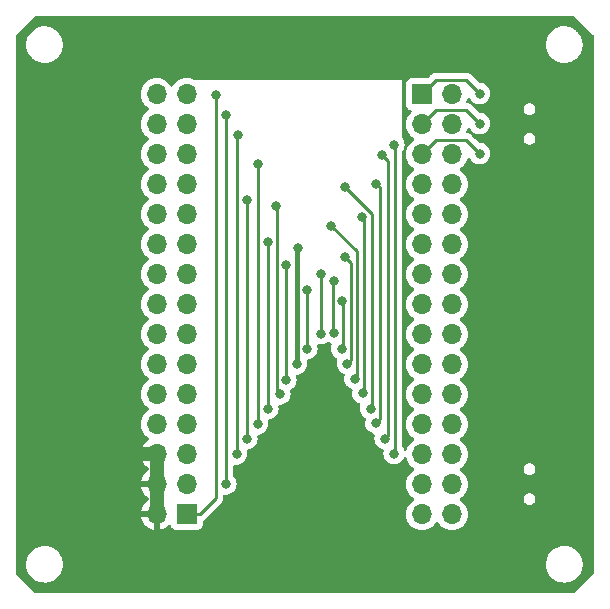
<source format=gbl>
G04 #@! TF.GenerationSoftware,KiCad,Pcbnew,7.0.10*
G04 #@! TF.CreationDate,2024-03-20T06:36:53+09:00*
G04 #@! TF.ProjectId,m5stack_base,6d357374-6163-46b5-9f62-6173652e6b69,rev?*
G04 #@! TF.SameCoordinates,Original*
G04 #@! TF.FileFunction,Copper,L2,Bot*
G04 #@! TF.FilePolarity,Positive*
%FSLAX46Y46*%
G04 Gerber Fmt 4.6, Leading zero omitted, Abs format (unit mm)*
G04 Created by KiCad (PCBNEW 7.0.10) date 2024-03-20 06:36:53*
%MOMM*%
%LPD*%
G01*
G04 APERTURE LIST*
G04 #@! TA.AperFunction,ComponentPad*
%ADD10R,1.700000X1.700000*%
G04 #@! TD*
G04 #@! TA.AperFunction,ComponentPad*
%ADD11O,1.700000X1.700000*%
G04 #@! TD*
G04 #@! TA.AperFunction,ViaPad*
%ADD12C,0.800000*%
G04 #@! TD*
G04 #@! TA.AperFunction,Conductor*
%ADD13C,0.250000*%
G04 #@! TD*
G04 #@! TA.AperFunction,Conductor*
%ADD14C,1.200000*%
G04 #@! TD*
G04 #@! TA.AperFunction,Conductor*
%ADD15C,0.400000*%
G04 #@! TD*
G04 APERTURE END LIST*
D10*
X115040000Y-92758000D03*
D11*
X112500000Y-92758000D03*
X115040000Y-90218000D03*
X112500000Y-90218000D03*
X115040000Y-87678000D03*
X112500000Y-87678000D03*
X115040000Y-85138000D03*
X112500000Y-85138000D03*
X115040000Y-82598000D03*
X112500000Y-82598000D03*
X115040000Y-80058000D03*
X112500000Y-80058000D03*
X115040000Y-77518000D03*
X112500000Y-77518000D03*
X115040000Y-74978000D03*
X112500000Y-74978000D03*
X115040000Y-72438000D03*
X112500000Y-72438000D03*
X115040000Y-69898000D03*
X112500000Y-69898000D03*
X115040000Y-67358000D03*
X112500000Y-67358000D03*
X115040000Y-64818000D03*
X112500000Y-64818000D03*
X115040000Y-62278000D03*
X112500000Y-62278000D03*
X115040000Y-59738000D03*
X112500000Y-59738000D03*
X115040000Y-57198000D03*
X112500000Y-57198000D03*
D10*
X134960000Y-57218000D03*
D11*
X137500000Y-57218000D03*
X134960000Y-59758000D03*
X137500000Y-59758000D03*
X134960000Y-62298000D03*
X137500000Y-62298000D03*
X134960000Y-64838000D03*
X137500000Y-64838000D03*
X134960000Y-67378000D03*
X137500000Y-67378000D03*
X134960000Y-69918000D03*
X137500000Y-69918000D03*
X134960000Y-72458000D03*
X137500000Y-72458000D03*
X134960000Y-74998000D03*
X137500000Y-74998000D03*
X134960000Y-77538000D03*
X137500000Y-77538000D03*
X134960000Y-80078000D03*
X137500000Y-80078000D03*
X134960000Y-82618000D03*
X137500000Y-82618000D03*
X134960000Y-85158000D03*
X137500000Y-85158000D03*
X134960000Y-87698000D03*
X137500000Y-87698000D03*
X134960000Y-90238000D03*
X137500000Y-90238000D03*
X134960000Y-92778000D03*
X137500000Y-92778000D03*
D12*
X133223000Y-96393000D03*
X115824000Y-54864000D03*
X144018000Y-94742000D03*
X117475000Y-57277000D03*
X139827000Y-57150000D03*
X129794000Y-93345000D03*
X108500000Y-74500000D03*
X138811000Y-98806000D03*
X144500000Y-52500000D03*
X148500000Y-55500000D03*
X102000000Y-73000000D03*
X102000000Y-55500000D03*
X109500000Y-56500000D03*
X102000000Y-94500000D03*
X105500000Y-52500000D03*
X139827000Y-54991000D03*
X106934000Y-98933000D03*
X149000000Y-76500000D03*
X126000000Y-52500000D03*
X109500000Y-60500000D03*
X120015000Y-93345000D03*
X106000000Y-92500000D03*
X109000000Y-92500000D03*
X126500000Y-80000000D03*
X144000000Y-63500000D03*
X118364000Y-58928000D03*
X139827000Y-59690000D03*
X118364000Y-90217998D03*
X119380000Y-60693000D03*
X119253004Y-87678000D03*
X139827000Y-62230000D03*
X121031012Y-85138000D03*
X121031000Y-63118996D03*
X120142000Y-66166998D03*
X120142000Y-86360000D03*
X122936000Y-82598000D03*
X122555000Y-66674996D03*
X121920000Y-69723000D03*
X121920000Y-83820000D03*
X124460000Y-70231000D03*
X124333000Y-80058000D03*
X123444000Y-81406998D03*
X123444000Y-71628000D03*
X126365000Y-72390000D03*
X126365000Y-77470000D03*
X125222000Y-78740000D03*
X125222000Y-73787000D03*
X127508000Y-73025000D03*
X127495000Y-77423933D03*
X128143000Y-78740000D03*
X128188000Y-74676000D03*
X128638000Y-80010000D03*
X128413989Y-70954000D03*
X127254000Y-68326000D03*
X129273000Y-81280000D03*
X129908000Y-67564000D03*
X129957025Y-82532732D03*
X130601000Y-83820000D03*
X128397000Y-65023998D03*
X131051000Y-64770002D03*
X131051000Y-85065010D03*
X131826000Y-86360000D03*
X131572000Y-62357000D03*
X132588000Y-61467998D03*
X132588000Y-87630000D03*
D13*
X115040000Y-92758000D02*
X116140000Y-92758000D01*
X138720000Y-56043000D02*
X136135000Y-56043000D01*
X139827000Y-57150000D02*
X138720000Y-56043000D01*
X116140000Y-92758000D02*
X117475000Y-91423000D01*
X117475000Y-91423000D02*
X117475000Y-57277000D01*
X136135000Y-56043000D02*
X134960000Y-57218000D01*
D14*
X109500000Y-60500000D02*
X109347000Y-60653000D01*
X139827000Y-53086000D02*
X138811000Y-52070000D01*
X126000000Y-52500000D02*
X125570000Y-52070000D01*
X109347000Y-73653000D02*
X108500000Y-74500000D01*
X126430000Y-52070000D02*
X126000000Y-52500000D01*
X109347000Y-86614000D02*
X110411000Y-87678000D01*
X109347000Y-56347000D02*
X109500000Y-56500000D01*
X138811000Y-52070000D02*
X126430000Y-52070000D01*
X109347000Y-60347000D02*
X109500000Y-60500000D01*
X109347000Y-52197000D02*
X109347000Y-56347000D01*
X109474000Y-52070000D02*
X109347000Y-52197000D01*
X125570000Y-52070000D02*
X109474000Y-52070000D01*
X112500000Y-90218000D02*
X112500000Y-92758000D01*
X109347000Y-60653000D02*
X109347000Y-73653000D01*
X109347000Y-56653000D02*
X109347000Y-60347000D01*
X110411000Y-87678000D02*
X112500000Y-87678000D01*
X112500000Y-87678000D02*
X112500000Y-90218000D01*
X109347000Y-75347000D02*
X109347000Y-86614000D01*
X109500000Y-56500000D02*
X109347000Y-56653000D01*
X139827000Y-54991000D02*
X139827000Y-53086000D01*
X108500000Y-74500000D02*
X109347000Y-75347000D01*
D13*
X139827000Y-59690000D02*
X138720000Y-58583000D01*
X136135000Y-58583000D02*
X134960000Y-59758000D01*
X138720000Y-58583000D02*
X136135000Y-58583000D01*
X118364000Y-90217998D02*
X118364000Y-58928000D01*
X139827000Y-62230000D02*
X138720000Y-61123000D01*
X119253000Y-87677996D02*
X119253000Y-60820000D01*
X119253004Y-87678000D02*
X119253000Y-87677996D01*
X136135000Y-61123000D02*
X134960000Y-62298000D01*
X119301004Y-87630000D02*
X119253004Y-87678000D01*
X119253000Y-60820000D02*
X119380000Y-60693000D01*
X138720000Y-61123000D02*
X136135000Y-61123000D01*
X121031012Y-85138000D02*
X121031012Y-63119008D01*
X121031012Y-63119008D02*
X121031000Y-63118996D01*
X120142000Y-86360000D02*
X120142000Y-66166998D01*
X122682000Y-82344000D02*
X122682000Y-66801996D01*
X122936000Y-82598000D02*
X122682000Y-82344000D01*
X122682000Y-66801996D02*
X122555000Y-66674996D01*
X121920000Y-83820000D02*
X121920000Y-69723000D01*
D15*
X124333000Y-80058000D02*
X124333000Y-70358000D01*
X124333000Y-70358000D02*
X124460000Y-70231000D01*
D13*
X123444000Y-81406998D02*
X123444000Y-71628000D01*
X126365000Y-77470000D02*
X126365000Y-72390000D01*
X125222000Y-78740000D02*
X125222016Y-78739984D01*
X125222016Y-73787016D02*
X125222000Y-73787000D01*
X125222016Y-78739984D02*
X125222016Y-73787016D01*
X127495000Y-77423933D02*
X127413000Y-77341933D01*
X127413000Y-73120000D02*
X127508000Y-73025000D01*
X127413000Y-77341933D02*
X127413000Y-73120000D01*
X128270000Y-74758000D02*
X128188000Y-74676000D01*
X128143000Y-78740000D02*
X128270000Y-78613000D01*
X128270000Y-74803000D02*
X128270000Y-74758000D01*
X128270000Y-78613000D02*
X128270000Y-74758000D01*
X128638000Y-80010000D02*
X128963000Y-79685000D01*
X128963000Y-71503011D02*
X128413989Y-70954000D01*
X128963000Y-79685000D02*
X128963000Y-71503011D01*
X129273000Y-81280000D02*
X129413000Y-81140000D01*
X129413000Y-70485000D02*
X127254000Y-68326000D01*
X127254000Y-68580000D02*
X127254000Y-68326000D01*
X129413000Y-81140000D02*
X129413000Y-70485000D01*
X129957025Y-82532732D02*
X130048000Y-82441757D01*
X130048000Y-82441757D02*
X130048000Y-67704000D01*
X130048000Y-67704000D02*
X129908000Y-67564000D01*
X130683000Y-67310000D02*
X128651000Y-65278000D01*
X130683000Y-83738000D02*
X130683000Y-67310000D01*
X128524000Y-65151000D02*
X128397000Y-65024000D01*
X128651000Y-65278000D02*
X128524000Y-65151000D01*
X128397000Y-65024000D02*
X128397000Y-65023998D01*
X130601000Y-83820000D02*
X130683000Y-83738000D01*
X131376000Y-65095002D02*
X131051000Y-64770002D01*
X131376000Y-84740010D02*
X131376000Y-65095002D01*
X131051000Y-85065010D02*
X131376000Y-84740010D01*
X132080000Y-86106000D02*
X132080000Y-62865000D01*
X131826000Y-86360000D02*
X132080000Y-86106000D01*
X131699000Y-62484000D02*
X131572000Y-62357000D01*
X132080000Y-62865000D02*
X131572000Y-62357000D01*
X132657000Y-87561000D02*
X132657000Y-61536998D01*
X132657000Y-61536998D02*
X132588000Y-61467998D01*
X132588000Y-87630000D02*
X132657000Y-87561000D01*
G04 #@! TA.AperFunction,Conductor*
G36*
X112750000Y-92322498D02*
G01*
X112642315Y-92273320D01*
X112535763Y-92258000D01*
X112464237Y-92258000D01*
X112357685Y-92273320D01*
X112250000Y-92322498D01*
X112250000Y-90653501D01*
X112357685Y-90702680D01*
X112464237Y-90718000D01*
X112535763Y-90718000D01*
X112642315Y-90702680D01*
X112750000Y-90653501D01*
X112750000Y-92322498D01*
G37*
G04 #@! TD.AperFunction*
G04 #@! TA.AperFunction,Conductor*
G36*
X112750000Y-89782498D02*
G01*
X112642315Y-89733320D01*
X112535763Y-89718000D01*
X112464237Y-89718000D01*
X112357685Y-89733320D01*
X112250000Y-89782498D01*
X112250000Y-88113501D01*
X112357685Y-88162680D01*
X112464237Y-88178000D01*
X112535763Y-88178000D01*
X112642315Y-88162680D01*
X112750000Y-88113501D01*
X112750000Y-89782498D01*
G37*
G04 #@! TD.AperFunction*
G04 #@! TA.AperFunction,Conductor*
G36*
X137693039Y-61768185D02*
G01*
X137738794Y-61820989D01*
X137747584Y-61861395D01*
X137642315Y-61813320D01*
X137535763Y-61798000D01*
X137464237Y-61798000D01*
X137357685Y-61813320D01*
X137253391Y-61860949D01*
X137269685Y-61805461D01*
X137322489Y-61759706D01*
X137374000Y-61748500D01*
X137626000Y-61748500D01*
X137693039Y-61768185D01*
G37*
G04 #@! TD.AperFunction*
G04 #@! TA.AperFunction,Conductor*
G36*
X137750000Y-60373500D02*
G01*
X137730315Y-60440539D01*
X137677511Y-60486294D01*
X137626000Y-60497500D01*
X137374000Y-60497500D01*
X137306961Y-60477815D01*
X137261206Y-60425011D01*
X137250000Y-60373500D01*
X137250000Y-60193501D01*
X137357685Y-60242680D01*
X137464237Y-60258000D01*
X137535763Y-60258000D01*
X137642315Y-60242680D01*
X137750000Y-60193501D01*
X137750000Y-60373500D01*
G37*
G04 #@! TD.AperFunction*
G04 #@! TA.AperFunction,Conductor*
G36*
X137693039Y-59228185D02*
G01*
X137738794Y-59280989D01*
X137747584Y-59321395D01*
X137642315Y-59273320D01*
X137535763Y-59258000D01*
X137464237Y-59258000D01*
X137357685Y-59273320D01*
X137253391Y-59320949D01*
X137269685Y-59265461D01*
X137322489Y-59219706D01*
X137374000Y-59208500D01*
X137626000Y-59208500D01*
X137693039Y-59228185D01*
G37*
G04 #@! TD.AperFunction*
G04 #@! TA.AperFunction,Conductor*
G36*
X137750000Y-57833500D02*
G01*
X137730315Y-57900539D01*
X137677511Y-57946294D01*
X137626000Y-57957500D01*
X137374000Y-57957500D01*
X137306961Y-57937815D01*
X137261206Y-57885011D01*
X137250000Y-57833500D01*
X137250000Y-57653501D01*
X137357685Y-57702680D01*
X137464237Y-57718000D01*
X137535763Y-57718000D01*
X137642315Y-57702680D01*
X137750000Y-57653501D01*
X137750000Y-57833500D01*
G37*
G04 #@! TD.AperFunction*
G04 #@! TA.AperFunction,Conductor*
G36*
X147844135Y-50565685D02*
G01*
X147864220Y-50581765D01*
X149302817Y-52002294D01*
X149463125Y-52160588D01*
X149496997Y-52221699D01*
X149500000Y-52248822D01*
X149500000Y-97738177D01*
X149480315Y-97805216D01*
X149463125Y-97826411D01*
X147864221Y-99405234D01*
X147802688Y-99438330D01*
X147777096Y-99441000D01*
X102286362Y-99441000D01*
X102219323Y-99421315D01*
X102198681Y-99404681D01*
X100620319Y-97826319D01*
X100586834Y-97764996D01*
X100584000Y-97738638D01*
X100584000Y-97006214D01*
X101450920Y-97006214D01*
X101470067Y-97249511D01*
X101470067Y-97249514D01*
X101470068Y-97249516D01*
X101527041Y-97486823D01*
X101527044Y-97486833D01*
X101620436Y-97712303D01*
X101747951Y-97920387D01*
X101747952Y-97920390D01*
X101747955Y-97920393D01*
X101906455Y-98105973D01*
X102042349Y-98222037D01*
X102092037Y-98264475D01*
X102092039Y-98264475D01*
X102300125Y-98391991D01*
X102336802Y-98407183D01*
X102339785Y-98408507D01*
X102340550Y-98408797D01*
X102344020Y-98410173D01*
X102525602Y-98485386D01*
X102525603Y-98485386D01*
X102525605Y-98485387D01*
X102551477Y-98491598D01*
X102564061Y-98494619D01*
X102569612Y-98496088D01*
X102574273Y-98497438D01*
X102574275Y-98497439D01*
X102574276Y-98497439D01*
X102574279Y-98497440D01*
X102577930Y-98498185D01*
X102582434Y-98499104D01*
X102586525Y-98500012D01*
X102762912Y-98542360D01*
X102806410Y-98545783D01*
X102814103Y-98546867D01*
X102814110Y-98546813D01*
X102819067Y-98547414D01*
X102819068Y-98547414D01*
X102819078Y-98547416D01*
X102833315Y-98547989D01*
X102837936Y-98548264D01*
X103006214Y-98561508D01*
X103053931Y-98557752D01*
X103068656Y-98557473D01*
X103068728Y-98557476D01*
X103086934Y-98555265D01*
X103092070Y-98554751D01*
X103249516Y-98542360D01*
X103300201Y-98530191D01*
X103314187Y-98527672D01*
X103316758Y-98527360D01*
X103337080Y-98521473D01*
X103342589Y-98520014D01*
X103486826Y-98485386D01*
X103538991Y-98463778D01*
X103551927Y-98459242D01*
X103556746Y-98457847D01*
X103577590Y-98447956D01*
X103583159Y-98445483D01*
X103712303Y-98391991D01*
X103764207Y-98360183D01*
X103775816Y-98353896D01*
X103782475Y-98350737D01*
X103802276Y-98337069D01*
X103807899Y-98333409D01*
X103920393Y-98264473D01*
X103970099Y-98222019D01*
X103980157Y-98214286D01*
X103988099Y-98208805D01*
X104005814Y-98191789D01*
X104011083Y-98187016D01*
X104105973Y-98105973D01*
X104151383Y-98052805D01*
X104159777Y-98043906D01*
X104161762Y-98041998D01*
X104168293Y-98035726D01*
X104183003Y-98016149D01*
X104187796Y-98010169D01*
X104264473Y-97920393D01*
X104303455Y-97856779D01*
X104310028Y-97847110D01*
X104318390Y-97835984D01*
X104329560Y-97814700D01*
X104333593Y-97807598D01*
X104391991Y-97712303D01*
X104422379Y-97638939D01*
X104427127Y-97628801D01*
X104434502Y-97614751D01*
X104441864Y-97592697D01*
X104444896Y-97584577D01*
X104485386Y-97486826D01*
X104505073Y-97404825D01*
X104508019Y-97394537D01*
X104513622Y-97377757D01*
X104517186Y-97355824D01*
X104518982Y-97346886D01*
X104542360Y-97249516D01*
X104549374Y-97160388D01*
X104550594Y-97150256D01*
X104553701Y-97131140D01*
X104554323Y-97100193D01*
X104554680Y-97092968D01*
X104561508Y-97006214D01*
X145450920Y-97006214D01*
X145470067Y-97249511D01*
X145470067Y-97249514D01*
X145470068Y-97249516D01*
X145527041Y-97486823D01*
X145527044Y-97486833D01*
X145620436Y-97712303D01*
X145747951Y-97920387D01*
X145747952Y-97920390D01*
X145747955Y-97920393D01*
X145906455Y-98105973D01*
X146042349Y-98222037D01*
X146092037Y-98264475D01*
X146092039Y-98264475D01*
X146300125Y-98391991D01*
X146336802Y-98407183D01*
X146339785Y-98408507D01*
X146340550Y-98408797D01*
X146344020Y-98410173D01*
X146525602Y-98485386D01*
X146525603Y-98485386D01*
X146525605Y-98485387D01*
X146551477Y-98491598D01*
X146564061Y-98494619D01*
X146569612Y-98496088D01*
X146574273Y-98497438D01*
X146574275Y-98497439D01*
X146574276Y-98497439D01*
X146574279Y-98497440D01*
X146577930Y-98498185D01*
X146582434Y-98499104D01*
X146586525Y-98500012D01*
X146762912Y-98542360D01*
X146806410Y-98545783D01*
X146814103Y-98546867D01*
X146814110Y-98546813D01*
X146819067Y-98547414D01*
X146819068Y-98547414D01*
X146819078Y-98547416D01*
X146833315Y-98547989D01*
X146837936Y-98548264D01*
X147006214Y-98561508D01*
X147053931Y-98557752D01*
X147068656Y-98557473D01*
X147068728Y-98557476D01*
X147086934Y-98555265D01*
X147092070Y-98554751D01*
X147249516Y-98542360D01*
X147300201Y-98530191D01*
X147314187Y-98527672D01*
X147316758Y-98527360D01*
X147337080Y-98521473D01*
X147342589Y-98520014D01*
X147486826Y-98485386D01*
X147538991Y-98463778D01*
X147551927Y-98459242D01*
X147556746Y-98457847D01*
X147577590Y-98447956D01*
X147583159Y-98445483D01*
X147712303Y-98391991D01*
X147764207Y-98360183D01*
X147775816Y-98353896D01*
X147782475Y-98350737D01*
X147802276Y-98337069D01*
X147807899Y-98333409D01*
X147920393Y-98264473D01*
X147970099Y-98222019D01*
X147980157Y-98214286D01*
X147988099Y-98208805D01*
X148005814Y-98191789D01*
X148011083Y-98187016D01*
X148105973Y-98105973D01*
X148151383Y-98052805D01*
X148159777Y-98043906D01*
X148161762Y-98041998D01*
X148168293Y-98035726D01*
X148183003Y-98016149D01*
X148187796Y-98010169D01*
X148264473Y-97920393D01*
X148303455Y-97856779D01*
X148310028Y-97847110D01*
X148318390Y-97835984D01*
X148329560Y-97814700D01*
X148333593Y-97807598D01*
X148391991Y-97712303D01*
X148422379Y-97638939D01*
X148427127Y-97628801D01*
X148434502Y-97614751D01*
X148441864Y-97592697D01*
X148444896Y-97584577D01*
X148485386Y-97486826D01*
X148505073Y-97404825D01*
X148508019Y-97394537D01*
X148513622Y-97377757D01*
X148517186Y-97355824D01*
X148518982Y-97346886D01*
X148542360Y-97249516D01*
X148549374Y-97160388D01*
X148550594Y-97150256D01*
X148553701Y-97131140D01*
X148554323Y-97100193D01*
X148554680Y-97092968D01*
X148561508Y-97006214D01*
X148554679Y-96919449D01*
X148554323Y-96912222D01*
X148553701Y-96881288D01*
X148550594Y-96862171D01*
X148549373Y-96852028D01*
X148542360Y-96762916D01*
X148542360Y-96762912D01*
X148518990Y-96665572D01*
X148517179Y-96656561D01*
X148513622Y-96634671D01*
X148508015Y-96617878D01*
X148505069Y-96607587D01*
X148485386Y-96525602D01*
X148444902Y-96427865D01*
X148441868Y-96419742D01*
X148434502Y-96397677D01*
X148427126Y-96383624D01*
X148422375Y-96373481D01*
X148391991Y-96300125D01*
X148333595Y-96204832D01*
X148329559Y-96197726D01*
X148318390Y-96176444D01*
X148310040Y-96165332D01*
X148303452Y-96155642D01*
X148264473Y-96092035D01*
X148187809Y-96002273D01*
X148182986Y-95996255D01*
X148168293Y-95976702D01*
X148159774Y-95968519D01*
X148151384Y-95959624D01*
X148105973Y-95906455D01*
X148011104Y-95825429D01*
X148005799Y-95820624D01*
X147988099Y-95803623D01*
X147980166Y-95798147D01*
X147970081Y-95790392D01*
X147920393Y-95747955D01*
X147920384Y-95747948D01*
X147807923Y-95679032D01*
X147802278Y-95675358D01*
X147782479Y-95661693D01*
X147782473Y-95661689D01*
X147775808Y-95658526D01*
X147764192Y-95652234D01*
X147712298Y-95620434D01*
X147712291Y-95620431D01*
X147583225Y-95566971D01*
X147577520Y-95564438D01*
X147556747Y-95554581D01*
X147556733Y-95554576D01*
X147551915Y-95553180D01*
X147538978Y-95548642D01*
X147486836Y-95527045D01*
X147486820Y-95527040D01*
X147342610Y-95492416D01*
X147337068Y-95490950D01*
X147326113Y-95487777D01*
X147316758Y-95485068D01*
X147316749Y-95485066D01*
X147316740Y-95485065D01*
X147314166Y-95484752D01*
X147300198Y-95482235D01*
X147249516Y-95470068D01*
X147092112Y-95457679D01*
X147086901Y-95457158D01*
X147068733Y-95454952D01*
X147068714Y-95454952D01*
X147068620Y-95454956D01*
X147053923Y-95454674D01*
X147010888Y-95451287D01*
X147006214Y-95450920D01*
X147006213Y-95450920D01*
X146837983Y-95464158D01*
X146833260Y-95464439D01*
X146819084Y-95465011D01*
X146814121Y-95465614D01*
X146814114Y-95465559D01*
X146806420Y-95466642D01*
X146762921Y-95470067D01*
X146762916Y-95470067D01*
X146762912Y-95470068D01*
X146762909Y-95470068D01*
X146762907Y-95470069D01*
X146586554Y-95512407D01*
X146582422Y-95513325D01*
X146574272Y-95514989D01*
X146569605Y-95516341D01*
X146564069Y-95517806D01*
X146525605Y-95527041D01*
X146525599Y-95527042D01*
X146344079Y-95602230D01*
X146340632Y-95603598D01*
X146339826Y-95603903D01*
X146336841Y-95605228D01*
X146300123Y-95620437D01*
X146300118Y-95620440D01*
X146092040Y-95747951D01*
X146092037Y-95747952D01*
X145906455Y-95906455D01*
X145747952Y-96092037D01*
X145747951Y-96092040D01*
X145620436Y-96300124D01*
X145527044Y-96525594D01*
X145527042Y-96525601D01*
X145527042Y-96525602D01*
X145504888Y-96617878D01*
X145470067Y-96762916D01*
X145450920Y-97006214D01*
X104561508Y-97006214D01*
X104554679Y-96919449D01*
X104554323Y-96912222D01*
X104553701Y-96881288D01*
X104550594Y-96862171D01*
X104549373Y-96852028D01*
X104542360Y-96762916D01*
X104542360Y-96762912D01*
X104518990Y-96665572D01*
X104517179Y-96656561D01*
X104513622Y-96634671D01*
X104508015Y-96617878D01*
X104505069Y-96607587D01*
X104485386Y-96525602D01*
X104444902Y-96427865D01*
X104441868Y-96419742D01*
X104434502Y-96397677D01*
X104427126Y-96383624D01*
X104422375Y-96373481D01*
X104391991Y-96300125D01*
X104333595Y-96204832D01*
X104329559Y-96197726D01*
X104318390Y-96176444D01*
X104310040Y-96165332D01*
X104303452Y-96155642D01*
X104264473Y-96092035D01*
X104187809Y-96002273D01*
X104182986Y-95996255D01*
X104168293Y-95976702D01*
X104159774Y-95968519D01*
X104151384Y-95959624D01*
X104105973Y-95906455D01*
X104011104Y-95825429D01*
X104005799Y-95820624D01*
X103988099Y-95803623D01*
X103980166Y-95798147D01*
X103970081Y-95790392D01*
X103920393Y-95747955D01*
X103920384Y-95747948D01*
X103807923Y-95679032D01*
X103802278Y-95675358D01*
X103782479Y-95661693D01*
X103782473Y-95661689D01*
X103775808Y-95658526D01*
X103764192Y-95652234D01*
X103712298Y-95620434D01*
X103712291Y-95620431D01*
X103583225Y-95566971D01*
X103577520Y-95564438D01*
X103556747Y-95554581D01*
X103556733Y-95554576D01*
X103551915Y-95553180D01*
X103538978Y-95548642D01*
X103486836Y-95527045D01*
X103486820Y-95527040D01*
X103342610Y-95492416D01*
X103337068Y-95490950D01*
X103326113Y-95487777D01*
X103316758Y-95485068D01*
X103316749Y-95485066D01*
X103316740Y-95485065D01*
X103314166Y-95484752D01*
X103300198Y-95482235D01*
X103249516Y-95470068D01*
X103092112Y-95457679D01*
X103086901Y-95457158D01*
X103068733Y-95454952D01*
X103068714Y-95454952D01*
X103068620Y-95454956D01*
X103053923Y-95454674D01*
X103010888Y-95451287D01*
X103006214Y-95450920D01*
X103006213Y-95450920D01*
X102837983Y-95464158D01*
X102833260Y-95464439D01*
X102819084Y-95465011D01*
X102814121Y-95465614D01*
X102814114Y-95465559D01*
X102806420Y-95466642D01*
X102762921Y-95470067D01*
X102762916Y-95470067D01*
X102762912Y-95470068D01*
X102762909Y-95470068D01*
X102762907Y-95470069D01*
X102586554Y-95512407D01*
X102582422Y-95513325D01*
X102574272Y-95514989D01*
X102569605Y-95516341D01*
X102564069Y-95517806D01*
X102525605Y-95527041D01*
X102525599Y-95527042D01*
X102344079Y-95602230D01*
X102340632Y-95603598D01*
X102339826Y-95603903D01*
X102336841Y-95605228D01*
X102300123Y-95620437D01*
X102300118Y-95620440D01*
X102092040Y-95747951D01*
X102092037Y-95747952D01*
X101906455Y-95906455D01*
X101747952Y-96092037D01*
X101747951Y-96092040D01*
X101620436Y-96300124D01*
X101527044Y-96525594D01*
X101527042Y-96525601D01*
X101527042Y-96525602D01*
X101504888Y-96617878D01*
X101470067Y-96762916D01*
X101450920Y-97006214D01*
X100584000Y-97006214D01*
X100584000Y-85138000D01*
X111144341Y-85138000D01*
X111164936Y-85373403D01*
X111164938Y-85373413D01*
X111226094Y-85601655D01*
X111226096Y-85601659D01*
X111226097Y-85601663D01*
X111235424Y-85621664D01*
X111325965Y-85815830D01*
X111325967Y-85815834D01*
X111400412Y-85922151D01*
X111461501Y-86009396D01*
X111461506Y-86009402D01*
X111628597Y-86176493D01*
X111628603Y-86176498D01*
X111814594Y-86306730D01*
X111858219Y-86361307D01*
X111865413Y-86430805D01*
X111833890Y-86493160D01*
X111814595Y-86509880D01*
X111628922Y-86639890D01*
X111628920Y-86639891D01*
X111461891Y-86806920D01*
X111461886Y-86806926D01*
X111326400Y-87000420D01*
X111326399Y-87000422D01*
X111226570Y-87214507D01*
X111226567Y-87214513D01*
X111169364Y-87427999D01*
X111169364Y-87428000D01*
X112066314Y-87428000D01*
X112040507Y-87468156D01*
X112000000Y-87606111D01*
X112000000Y-87749889D01*
X112040507Y-87887844D01*
X112066314Y-87928000D01*
X111169364Y-87928000D01*
X111226567Y-88141486D01*
X111226570Y-88141492D01*
X111326399Y-88355578D01*
X111461894Y-88549082D01*
X111628917Y-88716105D01*
X111815031Y-88846425D01*
X111858656Y-88901003D01*
X111865848Y-88970501D01*
X111834326Y-89032856D01*
X111815031Y-89049575D01*
X111628922Y-89179890D01*
X111628920Y-89179891D01*
X111461891Y-89346920D01*
X111461886Y-89346926D01*
X111326400Y-89540420D01*
X111326399Y-89540422D01*
X111226570Y-89754507D01*
X111226567Y-89754513D01*
X111169364Y-89967999D01*
X111169364Y-89968000D01*
X112066314Y-89968000D01*
X112040507Y-90008156D01*
X112000000Y-90146111D01*
X112000000Y-90289889D01*
X112040507Y-90427844D01*
X112066314Y-90468000D01*
X111169364Y-90468000D01*
X111226567Y-90681486D01*
X111226570Y-90681492D01*
X111326399Y-90895578D01*
X111461894Y-91089082D01*
X111628917Y-91256105D01*
X111815031Y-91386425D01*
X111858656Y-91441003D01*
X111865848Y-91510501D01*
X111834326Y-91572856D01*
X111815031Y-91589575D01*
X111628922Y-91719890D01*
X111628920Y-91719891D01*
X111461891Y-91886920D01*
X111461886Y-91886926D01*
X111326400Y-92080420D01*
X111326399Y-92080422D01*
X111226570Y-92294507D01*
X111226567Y-92294513D01*
X111169364Y-92507999D01*
X111169364Y-92508000D01*
X112066314Y-92508000D01*
X112040507Y-92548156D01*
X112000000Y-92686111D01*
X112000000Y-92829889D01*
X112040507Y-92967844D01*
X112066314Y-93008000D01*
X111169364Y-93008000D01*
X111226567Y-93221486D01*
X111226570Y-93221492D01*
X111326399Y-93435578D01*
X111461894Y-93629082D01*
X111628917Y-93796105D01*
X111822421Y-93931600D01*
X112036507Y-94031429D01*
X112036516Y-94031433D01*
X112250000Y-94088634D01*
X112250000Y-93193501D01*
X112357685Y-93242680D01*
X112464237Y-93258000D01*
X112535763Y-93258000D01*
X112642315Y-93242680D01*
X112750000Y-93193501D01*
X112750000Y-94088633D01*
X112963483Y-94031433D01*
X112963492Y-94031429D01*
X113177578Y-93931600D01*
X113371078Y-93796108D01*
X113493133Y-93674053D01*
X113554456Y-93640568D01*
X113624148Y-93645552D01*
X113680082Y-93687423D01*
X113696997Y-93718401D01*
X113746202Y-93850328D01*
X113746206Y-93850335D01*
X113832452Y-93965544D01*
X113832455Y-93965547D01*
X113947664Y-94051793D01*
X113947671Y-94051797D01*
X114082517Y-94102091D01*
X114082516Y-94102091D01*
X114089444Y-94102835D01*
X114142127Y-94108500D01*
X115937872Y-94108499D01*
X115997483Y-94102091D01*
X116132331Y-94051796D01*
X116247546Y-93965546D01*
X116333796Y-93850331D01*
X116384091Y-93715483D01*
X116390500Y-93655873D01*
X116390499Y-93412343D01*
X116410183Y-93345304D01*
X116441611Y-93312027D01*
X116443732Y-93310486D01*
X116479074Y-93284807D01*
X116488814Y-93278408D01*
X116526420Y-93256170D01*
X116540589Y-93241999D01*
X116555379Y-93229368D01*
X116571587Y-93217594D01*
X116599438Y-93183926D01*
X116607279Y-93175309D01*
X117858787Y-91923802D01*
X117871042Y-91913986D01*
X117870859Y-91913764D01*
X117876868Y-91908791D01*
X117876877Y-91908786D01*
X117922949Y-91859722D01*
X117925566Y-91857023D01*
X117945120Y-91837471D01*
X117947576Y-91834303D01*
X117955156Y-91825427D01*
X117985062Y-91793582D01*
X117994713Y-91776024D01*
X118005396Y-91759761D01*
X118017673Y-91743936D01*
X118035021Y-91703844D01*
X118040151Y-91693371D01*
X118061197Y-91655092D01*
X118066180Y-91635680D01*
X118072481Y-91617280D01*
X118080437Y-91598896D01*
X118087270Y-91555748D01*
X118089633Y-91544338D01*
X118100500Y-91502019D01*
X118100500Y-91481983D01*
X118102027Y-91462582D01*
X118105160Y-91442804D01*
X118101050Y-91399324D01*
X118100500Y-91387655D01*
X118100500Y-91235733D01*
X118120185Y-91168694D01*
X118172989Y-91122939D01*
X118242147Y-91112995D01*
X118250239Y-91114435D01*
X118269354Y-91118498D01*
X118269359Y-91118498D01*
X118458644Y-91118498D01*
X118458646Y-91118498D01*
X118643803Y-91079142D01*
X118816730Y-91002149D01*
X118969871Y-90890886D01*
X119096533Y-90750214D01*
X119191179Y-90586282D01*
X119249674Y-90406254D01*
X119269460Y-90217998D01*
X119249674Y-90029742D01*
X119191179Y-89849714D01*
X119096533Y-89685782D01*
X119021350Y-89602282D01*
X118991120Y-89539290D01*
X118989500Y-89519310D01*
X118989500Y-88695735D01*
X119009185Y-88628696D01*
X119061989Y-88582941D01*
X119131147Y-88572997D01*
X119139279Y-88574444D01*
X119158358Y-88578500D01*
X119347648Y-88578500D01*
X119347650Y-88578500D01*
X119532807Y-88539144D01*
X119705734Y-88462151D01*
X119858875Y-88350888D01*
X119985537Y-88210216D01*
X120080183Y-88046284D01*
X120138678Y-87866256D01*
X120158464Y-87678000D01*
X120138678Y-87489744D01*
X120116931Y-87422816D01*
X120114937Y-87352978D01*
X120151017Y-87293145D01*
X120213718Y-87262316D01*
X120234863Y-87260500D01*
X120236644Y-87260500D01*
X120236646Y-87260500D01*
X120421803Y-87221144D01*
X120594730Y-87144151D01*
X120747871Y-87032888D01*
X120874533Y-86892216D01*
X120969179Y-86728284D01*
X121027674Y-86548256D01*
X121047460Y-86360000D01*
X121027786Y-86172817D01*
X121040355Y-86104092D01*
X121088087Y-86053068D01*
X121125327Y-86038570D01*
X121125656Y-86038500D01*
X121125658Y-86038500D01*
X121310815Y-85999144D01*
X121483742Y-85922151D01*
X121636883Y-85810888D01*
X121763545Y-85670216D01*
X121858191Y-85506284D01*
X121916686Y-85326256D01*
X121936472Y-85138000D01*
X121916686Y-84949744D01*
X121894939Y-84882816D01*
X121892945Y-84812978D01*
X121929025Y-84753145D01*
X121991726Y-84722316D01*
X122012871Y-84720500D01*
X122014644Y-84720500D01*
X122014646Y-84720500D01*
X122199803Y-84681144D01*
X122372730Y-84604151D01*
X122525871Y-84492888D01*
X122652533Y-84352216D01*
X122747179Y-84188284D01*
X122805674Y-84008256D01*
X122825460Y-83820000D01*
X122806064Y-83635458D01*
X122818634Y-83566732D01*
X122866366Y-83515708D01*
X122929385Y-83498500D01*
X123030644Y-83498500D01*
X123030646Y-83498500D01*
X123215803Y-83459144D01*
X123388730Y-83382151D01*
X123541871Y-83270888D01*
X123668533Y-83130216D01*
X123763179Y-82966284D01*
X123821674Y-82786256D01*
X123841460Y-82598000D01*
X123821674Y-82409744D01*
X123803610Y-82354151D01*
X123801615Y-82284314D01*
X123837695Y-82224481D01*
X123871105Y-82202557D01*
X123896730Y-82191149D01*
X124049871Y-82079886D01*
X124176533Y-81939214D01*
X124271179Y-81775282D01*
X124329674Y-81595254D01*
X124349460Y-81406998D01*
X124329674Y-81218742D01*
X124312929Y-81167208D01*
X124297857Y-81120818D01*
X124295862Y-81050976D01*
X124331943Y-80991144D01*
X124394644Y-80960316D01*
X124415788Y-80958500D01*
X124427644Y-80958500D01*
X124427646Y-80958500D01*
X124612803Y-80919144D01*
X124785730Y-80842151D01*
X124938871Y-80730888D01*
X125065533Y-80590216D01*
X125160179Y-80426284D01*
X125218674Y-80246256D01*
X125238460Y-80058000D01*
X125218674Y-79869744D01*
X125196927Y-79802816D01*
X125194933Y-79732978D01*
X125231013Y-79673145D01*
X125293714Y-79642316D01*
X125314859Y-79640500D01*
X125316644Y-79640500D01*
X125316646Y-79640500D01*
X125501803Y-79601144D01*
X125674730Y-79524151D01*
X125827871Y-79412888D01*
X125954533Y-79272216D01*
X126049179Y-79108284D01*
X126107674Y-78928256D01*
X126127460Y-78740000D01*
X126107674Y-78551744D01*
X126098715Y-78524171D01*
X126096720Y-78454330D01*
X126132800Y-78394497D01*
X126195501Y-78363669D01*
X126242421Y-78364562D01*
X126270354Y-78370500D01*
X126270358Y-78370500D01*
X126459644Y-78370500D01*
X126459646Y-78370500D01*
X126644803Y-78331144D01*
X126817730Y-78254151D01*
X126888818Y-78202502D01*
X126954622Y-78179023D01*
X127022676Y-78194848D01*
X127034585Y-78202501D01*
X127042270Y-78208084D01*
X127221134Y-78287721D01*
X127220471Y-78289209D01*
X127271405Y-78324025D01*
X127298614Y-78388379D01*
X127293356Y-78440852D01*
X127257327Y-78551739D01*
X127257327Y-78551740D01*
X127257326Y-78551744D01*
X127237540Y-78740000D01*
X127257326Y-78928256D01*
X127257327Y-78928259D01*
X127315818Y-79108277D01*
X127315821Y-79108284D01*
X127410467Y-79272216D01*
X127517830Y-79391454D01*
X127537129Y-79412888D01*
X127690265Y-79524148D01*
X127690267Y-79524149D01*
X127690270Y-79524151D01*
X127726961Y-79540487D01*
X127780196Y-79585735D01*
X127800518Y-79652584D01*
X127794455Y-79692083D01*
X127758475Y-79802819D01*
X127752326Y-79821744D01*
X127732540Y-80010000D01*
X127752326Y-80198256D01*
X127752327Y-80198259D01*
X127810818Y-80378277D01*
X127810821Y-80378284D01*
X127905467Y-80542216D01*
X127912505Y-80550032D01*
X128032129Y-80682888D01*
X128185265Y-80794148D01*
X128185270Y-80794151D01*
X128344266Y-80864942D01*
X128397503Y-80910192D01*
X128417824Y-80977042D01*
X128411761Y-81016538D01*
X128387327Y-81091739D01*
X128387326Y-81091741D01*
X128387326Y-81091744D01*
X128367540Y-81280000D01*
X128387326Y-81468256D01*
X128387327Y-81468259D01*
X128445818Y-81648277D01*
X128445821Y-81648284D01*
X128540467Y-81812216D01*
X128647830Y-81931454D01*
X128667129Y-81952888D01*
X128820265Y-82064148D01*
X128820270Y-82064151D01*
X128993197Y-82141144D01*
X128993382Y-82141183D01*
X128993479Y-82141235D01*
X128999372Y-82143150D01*
X128999022Y-82144227D01*
X129054865Y-82174366D01*
X129088649Y-82235525D01*
X129085544Y-82300792D01*
X129071352Y-82344471D01*
X129071351Y-82344473D01*
X129071351Y-82344476D01*
X129051565Y-82532732D01*
X129071351Y-82720988D01*
X129071352Y-82720991D01*
X129129843Y-82901009D01*
X129129846Y-82901016D01*
X129224492Y-83064948D01*
X129247078Y-83090032D01*
X129351154Y-83205620D01*
X129504290Y-83316880D01*
X129504295Y-83316883D01*
X129676033Y-83393347D01*
X129729270Y-83438597D01*
X129749591Y-83505446D01*
X129743528Y-83544943D01*
X129715327Y-83631738D01*
X129715326Y-83631742D01*
X129715326Y-83631744D01*
X129695540Y-83820000D01*
X129715326Y-84008256D01*
X129715327Y-84008259D01*
X129773818Y-84188277D01*
X129773821Y-84188284D01*
X129868467Y-84352216D01*
X129975830Y-84471454D01*
X129995129Y-84492888D01*
X130148268Y-84604150D01*
X130150256Y-84605298D01*
X130151176Y-84606262D01*
X130153527Y-84607971D01*
X130153214Y-84608400D01*
X130198471Y-84655866D01*
X130211692Y-84724474D01*
X130206185Y-84751002D01*
X130186048Y-84812978D01*
X130165326Y-84876754D01*
X130145540Y-85065010D01*
X130165326Y-85253266D01*
X130165327Y-85253269D01*
X130223818Y-85433287D01*
X130223821Y-85433294D01*
X130318467Y-85597226D01*
X130348006Y-85630032D01*
X130445129Y-85737898D01*
X130598265Y-85849158D01*
X130598270Y-85849161D01*
X130771191Y-85926152D01*
X130771193Y-85926152D01*
X130771197Y-85926154D01*
X130869338Y-85947014D01*
X130930816Y-85980205D01*
X130964593Y-86041367D01*
X130961485Y-86106620D01*
X130940327Y-86171738D01*
X130940326Y-86171742D01*
X130940326Y-86171744D01*
X130920540Y-86360000D01*
X130940326Y-86548256D01*
X130940327Y-86548259D01*
X130998818Y-86728277D01*
X130998821Y-86728284D01*
X131093467Y-86892216D01*
X131197670Y-87007945D01*
X131220129Y-87032888D01*
X131373265Y-87144148D01*
X131373270Y-87144151D01*
X131546191Y-87221142D01*
X131546193Y-87221142D01*
X131546197Y-87221144D01*
X131624583Y-87237805D01*
X131686061Y-87270995D01*
X131719838Y-87332158D01*
X131716730Y-87397411D01*
X131702327Y-87441739D01*
X131702326Y-87441741D01*
X131702326Y-87441744D01*
X131682540Y-87630000D01*
X131702326Y-87818256D01*
X131702327Y-87818259D01*
X131760818Y-87998277D01*
X131760821Y-87998284D01*
X131855467Y-88162216D01*
X131898685Y-88210214D01*
X131982129Y-88302888D01*
X132135265Y-88414148D01*
X132135270Y-88414151D01*
X132308192Y-88491142D01*
X132308197Y-88491144D01*
X132493354Y-88530500D01*
X132493355Y-88530500D01*
X132682644Y-88530500D01*
X132682646Y-88530500D01*
X132867803Y-88491144D01*
X133040730Y-88414151D01*
X133193871Y-88302888D01*
X133320533Y-88162216D01*
X133415179Y-87998284D01*
X133415179Y-87998282D01*
X133418428Y-87992656D01*
X133419837Y-87993469D01*
X133459805Y-87946447D01*
X133526654Y-87926125D01*
X133593878Y-87945170D01*
X133640134Y-87997536D01*
X133647610Y-88018026D01*
X133686094Y-88161655D01*
X133686096Y-88161659D01*
X133686097Y-88161663D01*
X133756475Y-88312588D01*
X133785965Y-88375830D01*
X133785967Y-88375834D01*
X133863334Y-88486324D01*
X133921501Y-88569396D01*
X133921506Y-88569402D01*
X134088597Y-88736493D01*
X134088603Y-88736498D01*
X134274158Y-88866425D01*
X134317783Y-88921002D01*
X134324977Y-88990500D01*
X134293454Y-89052855D01*
X134274158Y-89069575D01*
X134088597Y-89199505D01*
X133921505Y-89366597D01*
X133785965Y-89560169D01*
X133785964Y-89560171D01*
X133686098Y-89774335D01*
X133686094Y-89774344D01*
X133624938Y-90002586D01*
X133624936Y-90002596D01*
X133604341Y-90237999D01*
X133604341Y-90238000D01*
X133624936Y-90473403D01*
X133624938Y-90473413D01*
X133686094Y-90701655D01*
X133686096Y-90701659D01*
X133686097Y-90701663D01*
X133708736Y-90750212D01*
X133785965Y-90915830D01*
X133785967Y-90915834D01*
X133862854Y-91025639D01*
X133921501Y-91109396D01*
X133921506Y-91109402D01*
X134088597Y-91276493D01*
X134088603Y-91276498D01*
X134274158Y-91406425D01*
X134317783Y-91461002D01*
X134324977Y-91530500D01*
X134293454Y-91592855D01*
X134274158Y-91609575D01*
X134088597Y-91739505D01*
X133921505Y-91906597D01*
X133785965Y-92100169D01*
X133785964Y-92100171D01*
X133686098Y-92314335D01*
X133686094Y-92314344D01*
X133624938Y-92542586D01*
X133624936Y-92542596D01*
X133604341Y-92777999D01*
X133604341Y-92778000D01*
X133624936Y-93013403D01*
X133624938Y-93013413D01*
X133686094Y-93241655D01*
X133686096Y-93241659D01*
X133686097Y-93241663D01*
X133723304Y-93321453D01*
X133785965Y-93455830D01*
X133785967Y-93455834D01*
X133894281Y-93610521D01*
X133921505Y-93649401D01*
X134088599Y-93816495D01*
X134185384Y-93884265D01*
X134282165Y-93952032D01*
X134282167Y-93952033D01*
X134282170Y-93952035D01*
X134496337Y-94051903D01*
X134724592Y-94113063D01*
X134912918Y-94129539D01*
X134959999Y-94133659D01*
X134960000Y-94133659D01*
X134960001Y-94133659D01*
X134999234Y-94130226D01*
X135195408Y-94113063D01*
X135423663Y-94051903D01*
X135637830Y-93952035D01*
X135831401Y-93816495D01*
X135998495Y-93649401D01*
X136128425Y-93463842D01*
X136183002Y-93420217D01*
X136252500Y-93413023D01*
X136314855Y-93444546D01*
X136331575Y-93463842D01*
X136461500Y-93649395D01*
X136461505Y-93649401D01*
X136628599Y-93816495D01*
X136725384Y-93884265D01*
X136822165Y-93952032D01*
X136822167Y-93952033D01*
X136822170Y-93952035D01*
X137036337Y-94051903D01*
X137264592Y-94113063D01*
X137452918Y-94129539D01*
X137499999Y-94133659D01*
X137500000Y-94133659D01*
X137500001Y-94133659D01*
X137539234Y-94130226D01*
X137735408Y-94113063D01*
X137963663Y-94051903D01*
X138177830Y-93952035D01*
X138371401Y-93816495D01*
X138538495Y-93649401D01*
X138674035Y-93455830D01*
X138773903Y-93241663D01*
X138835063Y-93013408D01*
X138855659Y-92778000D01*
X138835063Y-92542592D01*
X138773903Y-92314337D01*
X138674035Y-92100171D01*
X138668425Y-92092158D01*
X138538494Y-91906597D01*
X138371402Y-91739506D01*
X138371396Y-91739501D01*
X138185842Y-91609575D01*
X138142217Y-91554998D01*
X138135023Y-91485500D01*
X138137803Y-91480000D01*
X143554353Y-91480000D01*
X143557519Y-91502018D01*
X143561282Y-91528192D01*
X143562544Y-91545839D01*
X143562544Y-91551527D01*
X143564145Y-91556978D01*
X143567903Y-91574255D01*
X143574834Y-91622454D01*
X143574834Y-91622455D01*
X143574835Y-91622457D01*
X143592631Y-91661425D01*
X143595059Y-91666741D01*
X143601239Y-91683309D01*
X143602843Y-91688772D01*
X143602844Y-91688773D01*
X143602845Y-91688776D01*
X143605924Y-91693566D01*
X143614397Y-91709085D01*
X143634623Y-91753373D01*
X143666510Y-91790173D01*
X143677102Y-91804322D01*
X143680182Y-91809114D01*
X143680183Y-91809115D01*
X143684473Y-91812832D01*
X143696984Y-91825342D01*
X143728872Y-91862143D01*
X143769835Y-91888468D01*
X143783994Y-91899067D01*
X143788290Y-91902790D01*
X143793463Y-91905152D01*
X143808984Y-91913628D01*
X143809752Y-91914121D01*
X143849948Y-91939954D01*
X143896665Y-91953671D01*
X143913232Y-91959848D01*
X143918409Y-91962213D01*
X143924032Y-91963021D01*
X143941315Y-91966781D01*
X143988039Y-91980500D01*
X144036727Y-91980500D01*
X144054372Y-91981761D01*
X144060000Y-91982571D01*
X144065627Y-91981761D01*
X144083273Y-91980500D01*
X144131962Y-91980500D01*
X144140688Y-91977937D01*
X144178689Y-91966779D01*
X144195963Y-91963022D01*
X144201591Y-91962213D01*
X144206759Y-91959853D01*
X144223331Y-91953671D01*
X144270053Y-91939953D01*
X144311016Y-91913627D01*
X144326547Y-91905148D01*
X144328042Y-91904464D01*
X144331710Y-91902790D01*
X144336008Y-91899065D01*
X144350162Y-91888469D01*
X144391128Y-91862143D01*
X144423015Y-91825342D01*
X144435518Y-91812839D01*
X144439818Y-91809114D01*
X144442892Y-91804329D01*
X144453490Y-91790171D01*
X144485377Y-91753373D01*
X144505607Y-91709074D01*
X144514075Y-91693566D01*
X144517155Y-91688776D01*
X144518756Y-91683322D01*
X144524934Y-91666755D01*
X144545165Y-91622457D01*
X144552094Y-91574258D01*
X144555854Y-91556978D01*
X144557456Y-91551523D01*
X144557907Y-91538825D01*
X144559088Y-91525619D01*
X144565647Y-91480000D01*
X144559088Y-91434385D01*
X144557907Y-91421172D01*
X144557456Y-91408477D01*
X144555852Y-91403016D01*
X144552094Y-91385735D01*
X144550309Y-91373318D01*
X144545165Y-91337543D01*
X144524933Y-91293241D01*
X144518756Y-91276678D01*
X144517155Y-91271224D01*
X144514079Y-91266437D01*
X144505603Y-91250915D01*
X144485377Y-91206627D01*
X144453496Y-91169834D01*
X144442895Y-91155674D01*
X144439818Y-91150886D01*
X144439816Y-91150884D01*
X144439813Y-91150881D01*
X144435521Y-91147162D01*
X144423015Y-91134657D01*
X144391128Y-91097857D01*
X144350164Y-91071531D01*
X144336003Y-91060930D01*
X144331709Y-91057209D01*
X144331706Y-91057207D01*
X144326536Y-91054846D01*
X144311018Y-91046373D01*
X144270053Y-91020047D01*
X144270048Y-91020045D01*
X144223329Y-91006326D01*
X144206764Y-91000148D01*
X144201596Y-90997788D01*
X144201592Y-90997787D01*
X144195965Y-90996978D01*
X144178681Y-90993218D01*
X144131962Y-90979500D01*
X144131961Y-90979500D01*
X144083273Y-90979500D01*
X144065627Y-90978238D01*
X144060000Y-90977429D01*
X144054372Y-90978238D01*
X144036727Y-90979500D01*
X143988036Y-90979500D01*
X143941310Y-90993219D01*
X143924036Y-90996977D01*
X143918412Y-90997785D01*
X143918409Y-90997787D01*
X143913233Y-91000150D01*
X143896677Y-91006324D01*
X143849944Y-91020047D01*
X143808985Y-91046370D01*
X143793468Y-91054844D01*
X143788294Y-91057207D01*
X143788289Y-91057210D01*
X143783994Y-91060932D01*
X143769839Y-91071528D01*
X143728872Y-91097856D01*
X143728868Y-91097860D01*
X143696986Y-91134654D01*
X143684482Y-91147159D01*
X143680183Y-91150884D01*
X143680181Y-91150886D01*
X143677100Y-91155680D01*
X143666506Y-91169830D01*
X143634624Y-91206625D01*
X143634620Y-91206631D01*
X143614396Y-91250915D01*
X143605920Y-91266438D01*
X143602845Y-91271222D01*
X143602843Y-91271226D01*
X143601241Y-91276683D01*
X143595062Y-91293251D01*
X143574834Y-91337546D01*
X143567903Y-91385745D01*
X143564147Y-91403017D01*
X143563505Y-91405203D01*
X143562545Y-91408476D01*
X143562544Y-91408478D01*
X143562544Y-91414159D01*
X143561282Y-91431805D01*
X143554353Y-91480000D01*
X138137803Y-91480000D01*
X138166546Y-91423145D01*
X138185842Y-91406425D01*
X138215390Y-91385735D01*
X138371401Y-91276495D01*
X138538495Y-91109401D01*
X138674035Y-90915830D01*
X138773903Y-90701663D01*
X138835063Y-90473408D01*
X138855659Y-90238000D01*
X138835063Y-90002592D01*
X138773903Y-89774337D01*
X138674035Y-89560171D01*
X138668425Y-89552158D01*
X138538494Y-89366597D01*
X138371402Y-89199506D01*
X138371396Y-89199501D01*
X138185842Y-89069575D01*
X138142217Y-89014998D01*
X138136524Y-88959999D01*
X143554353Y-88959999D01*
X143561282Y-89008192D01*
X143562544Y-89025839D01*
X143562544Y-89031527D01*
X143564145Y-89036978D01*
X143567903Y-89054255D01*
X143574834Y-89102454D01*
X143595059Y-89146741D01*
X143601239Y-89163309D01*
X143602843Y-89168772D01*
X143602844Y-89168773D01*
X143602845Y-89168776D01*
X143605924Y-89173566D01*
X143614397Y-89189085D01*
X143634623Y-89233373D01*
X143666510Y-89270173D01*
X143677102Y-89284322D01*
X143680182Y-89289114D01*
X143680183Y-89289115D01*
X143684473Y-89292832D01*
X143696984Y-89305342D01*
X143728872Y-89342143D01*
X143769835Y-89368468D01*
X143783994Y-89379067D01*
X143788290Y-89382790D01*
X143793463Y-89385152D01*
X143808984Y-89393628D01*
X143827988Y-89405841D01*
X143849948Y-89419954D01*
X143896665Y-89433671D01*
X143913232Y-89439848D01*
X143918409Y-89442213D01*
X143924032Y-89443021D01*
X143941315Y-89446781D01*
X143988039Y-89460500D01*
X144036727Y-89460500D01*
X144054372Y-89461761D01*
X144060000Y-89462571D01*
X144065627Y-89461761D01*
X144083273Y-89460500D01*
X144131962Y-89460500D01*
X144140688Y-89457937D01*
X144178689Y-89446779D01*
X144195963Y-89443022D01*
X144201591Y-89442213D01*
X144206759Y-89439853D01*
X144223331Y-89433671D01*
X144270053Y-89419953D01*
X144311016Y-89393627D01*
X144326547Y-89385148D01*
X144328042Y-89384464D01*
X144331710Y-89382790D01*
X144336008Y-89379065D01*
X144350162Y-89368469D01*
X144391128Y-89342143D01*
X144423015Y-89305342D01*
X144435518Y-89292839D01*
X144439818Y-89289114D01*
X144442892Y-89284329D01*
X144453490Y-89270171D01*
X144485377Y-89233373D01*
X144505607Y-89189074D01*
X144514075Y-89173566D01*
X144517155Y-89168776D01*
X144518756Y-89163322D01*
X144524934Y-89146755D01*
X144545165Y-89102457D01*
X144552094Y-89054258D01*
X144555854Y-89036978D01*
X144557456Y-89031523D01*
X144557907Y-89018825D01*
X144559088Y-89005619D01*
X144565647Y-88960000D01*
X144559088Y-88914385D01*
X144557907Y-88901172D01*
X144557456Y-88888477D01*
X144555852Y-88883016D01*
X144552094Y-88865735D01*
X144550124Y-88852035D01*
X144545165Y-88817543D01*
X144524933Y-88773241D01*
X144518756Y-88756678D01*
X144517155Y-88751224D01*
X144514079Y-88746437D01*
X144505603Y-88730915D01*
X144485377Y-88686627D01*
X144453496Y-88649834D01*
X144442895Y-88635674D01*
X144439818Y-88630886D01*
X144439816Y-88630884D01*
X144439813Y-88630881D01*
X144435521Y-88627162D01*
X144423015Y-88614657D01*
X144391128Y-88577857D01*
X144350164Y-88551531D01*
X144336003Y-88540930D01*
X144331709Y-88537209D01*
X144331706Y-88537207D01*
X144326536Y-88534846D01*
X144311018Y-88526373D01*
X144270053Y-88500047D01*
X144270048Y-88500045D01*
X144223329Y-88486326D01*
X144206764Y-88480148D01*
X144201596Y-88477788D01*
X144201592Y-88477787D01*
X144195965Y-88476978D01*
X144178681Y-88473218D01*
X144131962Y-88459500D01*
X144131961Y-88459500D01*
X144083273Y-88459500D01*
X144065627Y-88458238D01*
X144060000Y-88457429D01*
X144054372Y-88458238D01*
X144036727Y-88459500D01*
X143988036Y-88459500D01*
X143941310Y-88473219D01*
X143924036Y-88476977D01*
X143918412Y-88477785D01*
X143918409Y-88477787D01*
X143913233Y-88480150D01*
X143896677Y-88486324D01*
X143849944Y-88500047D01*
X143808985Y-88526370D01*
X143793468Y-88534844D01*
X143788294Y-88537207D01*
X143788289Y-88537210D01*
X143783994Y-88540932D01*
X143769839Y-88551528D01*
X143728872Y-88577856D01*
X143728868Y-88577860D01*
X143696986Y-88614654D01*
X143684482Y-88627159D01*
X143680183Y-88630884D01*
X143680181Y-88630886D01*
X143677100Y-88635680D01*
X143666506Y-88649830D01*
X143634624Y-88686625D01*
X143634620Y-88686631D01*
X143614396Y-88730915D01*
X143605920Y-88746438D01*
X143602845Y-88751222D01*
X143602843Y-88751226D01*
X143601241Y-88756683D01*
X143595062Y-88773251D01*
X143574834Y-88817546D01*
X143567903Y-88865745D01*
X143564147Y-88883017D01*
X143563505Y-88885203D01*
X143562545Y-88888476D01*
X143562544Y-88888478D01*
X143562544Y-88894159D01*
X143561282Y-88911805D01*
X143554353Y-88959999D01*
X138136524Y-88959999D01*
X138135023Y-88945500D01*
X138166546Y-88883145D01*
X138185842Y-88866425D01*
X138255650Y-88817545D01*
X138371401Y-88736495D01*
X138538495Y-88569401D01*
X138674035Y-88375830D01*
X138773903Y-88161663D01*
X138835063Y-87933408D01*
X138855659Y-87698000D01*
X138835063Y-87462592D01*
X138773903Y-87234337D01*
X138674035Y-87020171D01*
X138668425Y-87012158D01*
X138538494Y-86826597D01*
X138371402Y-86659506D01*
X138371396Y-86659501D01*
X138185842Y-86529575D01*
X138142217Y-86474998D01*
X138135023Y-86405500D01*
X138166546Y-86343145D01*
X138185842Y-86326425D01*
X138214405Y-86306425D01*
X138371401Y-86196495D01*
X138538495Y-86029401D01*
X138674035Y-85835830D01*
X138773903Y-85621663D01*
X138835063Y-85393408D01*
X138855659Y-85158000D01*
X138835063Y-84922592D01*
X138773903Y-84694337D01*
X138674035Y-84480171D01*
X138668425Y-84472158D01*
X138538494Y-84286597D01*
X138371402Y-84119506D01*
X138371396Y-84119501D01*
X138185842Y-83989575D01*
X138142217Y-83934998D01*
X138135023Y-83865500D01*
X138166546Y-83803145D01*
X138185842Y-83786425D01*
X138214405Y-83766425D01*
X138371401Y-83656495D01*
X138538495Y-83489401D01*
X138674035Y-83295830D01*
X138773903Y-83081663D01*
X138835063Y-82853408D01*
X138855659Y-82618000D01*
X138835063Y-82382592D01*
X138773903Y-82154337D01*
X138674035Y-81940171D01*
X138668425Y-81932158D01*
X138538494Y-81746597D01*
X138371402Y-81579506D01*
X138371396Y-81579501D01*
X138185842Y-81449575D01*
X138142217Y-81394998D01*
X138135023Y-81325500D01*
X138166546Y-81263145D01*
X138185842Y-81246425D01*
X138225383Y-81218738D01*
X138371401Y-81116495D01*
X138538495Y-80949401D01*
X138674035Y-80755830D01*
X138773903Y-80541663D01*
X138835063Y-80313408D01*
X138855659Y-80078000D01*
X138835063Y-79842592D01*
X138773903Y-79614337D01*
X138674035Y-79400171D01*
X138668425Y-79392158D01*
X138538494Y-79206597D01*
X138371402Y-79039506D01*
X138371396Y-79039501D01*
X138185842Y-78909575D01*
X138142217Y-78854998D01*
X138135023Y-78785500D01*
X138166546Y-78723145D01*
X138185842Y-78706425D01*
X138214405Y-78686425D01*
X138371401Y-78576495D01*
X138538495Y-78409401D01*
X138674035Y-78215830D01*
X138773903Y-78001663D01*
X138835063Y-77773408D01*
X138855659Y-77538000D01*
X138835063Y-77302592D01*
X138773903Y-77074337D01*
X138674035Y-76860171D01*
X138668425Y-76852158D01*
X138538494Y-76666597D01*
X138371402Y-76499506D01*
X138371396Y-76499501D01*
X138185842Y-76369575D01*
X138142217Y-76314998D01*
X138135023Y-76245500D01*
X138166546Y-76183145D01*
X138185842Y-76166425D01*
X138214405Y-76146425D01*
X138371401Y-76036495D01*
X138538495Y-75869401D01*
X138674035Y-75675830D01*
X138773903Y-75461663D01*
X138835063Y-75233408D01*
X138855659Y-74998000D01*
X138835063Y-74762592D01*
X138773903Y-74534337D01*
X138674035Y-74320171D01*
X138668425Y-74312158D01*
X138538494Y-74126597D01*
X138371402Y-73959506D01*
X138371396Y-73959501D01*
X138185842Y-73829575D01*
X138142217Y-73774998D01*
X138135023Y-73705500D01*
X138166546Y-73643145D01*
X138185842Y-73626425D01*
X138214405Y-73606425D01*
X138371401Y-73496495D01*
X138538495Y-73329401D01*
X138674035Y-73135830D01*
X138773903Y-72921663D01*
X138835063Y-72693408D01*
X138855659Y-72458000D01*
X138835063Y-72222592D01*
X138773903Y-71994337D01*
X138674035Y-71780171D01*
X138668425Y-71772158D01*
X138538494Y-71586597D01*
X138371402Y-71419506D01*
X138371396Y-71419501D01*
X138185842Y-71289575D01*
X138142217Y-71234998D01*
X138135023Y-71165500D01*
X138166546Y-71103145D01*
X138185842Y-71086425D01*
X138214405Y-71066425D01*
X138371401Y-70956495D01*
X138538495Y-70789401D01*
X138674035Y-70595830D01*
X138773903Y-70381663D01*
X138835063Y-70153408D01*
X138855659Y-69918000D01*
X138835063Y-69682592D01*
X138773903Y-69454337D01*
X138674035Y-69240171D01*
X138668425Y-69232158D01*
X138538494Y-69046597D01*
X138371402Y-68879506D01*
X138371396Y-68879501D01*
X138185842Y-68749575D01*
X138142217Y-68694998D01*
X138135023Y-68625500D01*
X138166546Y-68563145D01*
X138185842Y-68546425D01*
X138214405Y-68526425D01*
X138371401Y-68416495D01*
X138538495Y-68249401D01*
X138674035Y-68055830D01*
X138773903Y-67841663D01*
X138835063Y-67613408D01*
X138855659Y-67378000D01*
X138835063Y-67142592D01*
X138773903Y-66914337D01*
X138674035Y-66700171D01*
X138668425Y-66692158D01*
X138538494Y-66506597D01*
X138371402Y-66339506D01*
X138371396Y-66339501D01*
X138185842Y-66209575D01*
X138142217Y-66154998D01*
X138135023Y-66085500D01*
X138166546Y-66023145D01*
X138185842Y-66006425D01*
X138214405Y-65986425D01*
X138371401Y-65876495D01*
X138538495Y-65709401D01*
X138674035Y-65515830D01*
X138773903Y-65301663D01*
X138835063Y-65073408D01*
X138855659Y-64838000D01*
X138835063Y-64602592D01*
X138773903Y-64374337D01*
X138674035Y-64160171D01*
X138668425Y-64152158D01*
X138538494Y-63966597D01*
X138371402Y-63799506D01*
X138371401Y-63799505D01*
X138185405Y-63669269D01*
X138141781Y-63614692D01*
X138134588Y-63545193D01*
X138166110Y-63482839D01*
X138185405Y-63466119D01*
X138371082Y-63336105D01*
X138538105Y-63169082D01*
X138673600Y-62975578D01*
X138773429Y-62761492D01*
X138773433Y-62761483D01*
X138797582Y-62671358D01*
X138833947Y-62611697D01*
X138896794Y-62581168D01*
X138966169Y-62589463D01*
X139020047Y-62633948D01*
X139024732Y-62641431D01*
X139071798Y-62722952D01*
X139094467Y-62762216D01*
X139221129Y-62902888D01*
X139374265Y-63014148D01*
X139374270Y-63014151D01*
X139547192Y-63091142D01*
X139547197Y-63091144D01*
X139732354Y-63130500D01*
X139732355Y-63130500D01*
X139921644Y-63130500D01*
X139921646Y-63130500D01*
X140106803Y-63091144D01*
X140279730Y-63014151D01*
X140432871Y-62902888D01*
X140559533Y-62762216D01*
X140654179Y-62598284D01*
X140712674Y-62418256D01*
X140732460Y-62230000D01*
X140712674Y-62041744D01*
X140654179Y-61861716D01*
X140559533Y-61697784D01*
X140432871Y-61557112D01*
X140432870Y-61557111D01*
X140279734Y-61445851D01*
X140279729Y-61445848D01*
X140106807Y-61368857D01*
X140106802Y-61368855D01*
X139958549Y-61337344D01*
X139921646Y-61329500D01*
X139921645Y-61329500D01*
X139862453Y-61329500D01*
X139795414Y-61309815D01*
X139774772Y-61293181D01*
X139473591Y-60992000D01*
X143554353Y-60992000D01*
X143560909Y-61037597D01*
X143561282Y-61040192D01*
X143562544Y-61057839D01*
X143562544Y-61063527D01*
X143564145Y-61068978D01*
X143567903Y-61086255D01*
X143574834Y-61134454D01*
X143595059Y-61178741D01*
X143601239Y-61195309D01*
X143602843Y-61200772D01*
X143602844Y-61200773D01*
X143602845Y-61200776D01*
X143605924Y-61205566D01*
X143614397Y-61221085D01*
X143622809Y-61239505D01*
X143634623Y-61265373D01*
X143666510Y-61302173D01*
X143677102Y-61316322D01*
X143680182Y-61321114D01*
X143680183Y-61321115D01*
X143684473Y-61324832D01*
X143696984Y-61337342D01*
X143728872Y-61374143D01*
X143769835Y-61400468D01*
X143783994Y-61411067D01*
X143788290Y-61414790D01*
X143793463Y-61417152D01*
X143808984Y-61425628D01*
X143827988Y-61437841D01*
X143849948Y-61451954D01*
X143896665Y-61465671D01*
X143913232Y-61471848D01*
X143918409Y-61474213D01*
X143924032Y-61475021D01*
X143941315Y-61478781D01*
X143988039Y-61492500D01*
X144036727Y-61492500D01*
X144054372Y-61493761D01*
X144060000Y-61494571D01*
X144065627Y-61493761D01*
X144083273Y-61492500D01*
X144131962Y-61492500D01*
X144140688Y-61489937D01*
X144178689Y-61478779D01*
X144195963Y-61475022D01*
X144201591Y-61474213D01*
X144206759Y-61471853D01*
X144223331Y-61465671D01*
X144270053Y-61451953D01*
X144311016Y-61425627D01*
X144326547Y-61417148D01*
X144328042Y-61416464D01*
X144331710Y-61414790D01*
X144336008Y-61411065D01*
X144350162Y-61400469D01*
X144391128Y-61374143D01*
X144423015Y-61337342D01*
X144435518Y-61324839D01*
X144439818Y-61321114D01*
X144442892Y-61316329D01*
X144453490Y-61302171D01*
X144485377Y-61265373D01*
X144505607Y-61221074D01*
X144514075Y-61205566D01*
X144517155Y-61200776D01*
X144518756Y-61195322D01*
X144524934Y-61178755D01*
X144545165Y-61134457D01*
X144552094Y-61086258D01*
X144555854Y-61068978D01*
X144557456Y-61063523D01*
X144557907Y-61050825D01*
X144559088Y-61037619D01*
X144565647Y-60992000D01*
X144559088Y-60946385D01*
X144557907Y-60933172D01*
X144557456Y-60920477D01*
X144555852Y-60915016D01*
X144552094Y-60897735D01*
X144550961Y-60889858D01*
X144545165Y-60849543D01*
X144524933Y-60805241D01*
X144518756Y-60788678D01*
X144517155Y-60783224D01*
X144514079Y-60778437D01*
X144505603Y-60762915D01*
X144485377Y-60718627D01*
X144453496Y-60681834D01*
X144442895Y-60667674D01*
X144439818Y-60662886D01*
X144439816Y-60662884D01*
X144439813Y-60662881D01*
X144435521Y-60659162D01*
X144423015Y-60646657D01*
X144391128Y-60609857D01*
X144350164Y-60583531D01*
X144336003Y-60572930D01*
X144331709Y-60569209D01*
X144331706Y-60569207D01*
X144326536Y-60566846D01*
X144311018Y-60558373D01*
X144270053Y-60532047D01*
X144270048Y-60532045D01*
X144223329Y-60518326D01*
X144206764Y-60512148D01*
X144201596Y-60509788D01*
X144201592Y-60509787D01*
X144195965Y-60508978D01*
X144178681Y-60505218D01*
X144131962Y-60491500D01*
X144131961Y-60491500D01*
X144083273Y-60491500D01*
X144065627Y-60490238D01*
X144060000Y-60489429D01*
X144054372Y-60490238D01*
X144036727Y-60491500D01*
X143988036Y-60491500D01*
X143941310Y-60505219D01*
X143924036Y-60508977D01*
X143918412Y-60509785D01*
X143918409Y-60509787D01*
X143913233Y-60512150D01*
X143896677Y-60518324D01*
X143849944Y-60532047D01*
X143808985Y-60558370D01*
X143793468Y-60566844D01*
X143788294Y-60569207D01*
X143788289Y-60569210D01*
X143783994Y-60572932D01*
X143769839Y-60583528D01*
X143728872Y-60609856D01*
X143728868Y-60609860D01*
X143696986Y-60646654D01*
X143684482Y-60659159D01*
X143680183Y-60662884D01*
X143680181Y-60662886D01*
X143677100Y-60667680D01*
X143666506Y-60681830D01*
X143634624Y-60718625D01*
X143634620Y-60718631D01*
X143614396Y-60762915D01*
X143605920Y-60778438D01*
X143602845Y-60783222D01*
X143602843Y-60783226D01*
X143601241Y-60788683D01*
X143595062Y-60805251D01*
X143574834Y-60849546D01*
X143567903Y-60897745D01*
X143564147Y-60915017D01*
X143562545Y-60920476D01*
X143562544Y-60920478D01*
X143562544Y-60926159D01*
X143561282Y-60943805D01*
X143554353Y-60991999D01*
X143554353Y-60992000D01*
X139473591Y-60992000D01*
X139220803Y-60739212D01*
X139210980Y-60726950D01*
X139210759Y-60727134D01*
X139205786Y-60721122D01*
X139156776Y-60675099D01*
X139153977Y-60672386D01*
X139134477Y-60652885D01*
X139134471Y-60652880D01*
X139131286Y-60650409D01*
X139122434Y-60642848D01*
X139090582Y-60612938D01*
X139090580Y-60612936D01*
X139090577Y-60612935D01*
X139073029Y-60603288D01*
X139056763Y-60592604D01*
X139045066Y-60583531D01*
X139040936Y-60580327D01*
X139040935Y-60580326D01*
X139040932Y-60580324D01*
X139000849Y-60562978D01*
X138990363Y-60557841D01*
X138952094Y-60536803D01*
X138952092Y-60536802D01*
X138932693Y-60531822D01*
X138914281Y-60525518D01*
X138895898Y-60517562D01*
X138895892Y-60517560D01*
X138852760Y-60510729D01*
X138841321Y-60508360D01*
X138805890Y-60499263D01*
X138745852Y-60463525D01*
X138714666Y-60401002D01*
X138722234Y-60331543D01*
X138724345Y-60326754D01*
X138773430Y-60221492D01*
X138773433Y-60221483D01*
X138797582Y-60131358D01*
X138833947Y-60071697D01*
X138896794Y-60041168D01*
X138966169Y-60049463D01*
X139020047Y-60093948D01*
X139024732Y-60101431D01*
X139071798Y-60182952D01*
X139094467Y-60222216D01*
X139221129Y-60362888D01*
X139374265Y-60474148D01*
X139374270Y-60474151D01*
X139547192Y-60551142D01*
X139547197Y-60551144D01*
X139732354Y-60590500D01*
X139732355Y-60590500D01*
X139921644Y-60590500D01*
X139921646Y-60590500D01*
X140106803Y-60551144D01*
X140279730Y-60474151D01*
X140432871Y-60362888D01*
X140559533Y-60222216D01*
X140654179Y-60058284D01*
X140712674Y-59878256D01*
X140732460Y-59690000D01*
X140712674Y-59501744D01*
X140654179Y-59321716D01*
X140559533Y-59157784D01*
X140432871Y-59017112D01*
X140432870Y-59017111D01*
X140279734Y-58905851D01*
X140279729Y-58905848D01*
X140106807Y-58828857D01*
X140106802Y-58828855D01*
X139961001Y-58797865D01*
X139921646Y-58789500D01*
X139921645Y-58789500D01*
X139862453Y-58789500D01*
X139795414Y-58769815D01*
X139774772Y-58753181D01*
X139491591Y-58470000D01*
X143554353Y-58470000D01*
X143560823Y-58514998D01*
X143561282Y-58518192D01*
X143562544Y-58535839D01*
X143562544Y-58541527D01*
X143564145Y-58546978D01*
X143567903Y-58564255D01*
X143574834Y-58612454D01*
X143595059Y-58656741D01*
X143601239Y-58673309D01*
X143602843Y-58678772D01*
X143602844Y-58678773D01*
X143602845Y-58678776D01*
X143605924Y-58683566D01*
X143614397Y-58699085D01*
X143634623Y-58743373D01*
X143666510Y-58780173D01*
X143677102Y-58794322D01*
X143680182Y-58799114D01*
X143680183Y-58799115D01*
X143684473Y-58802832D01*
X143696984Y-58815342D01*
X143728872Y-58852143D01*
X143769835Y-58878468D01*
X143783994Y-58889067D01*
X143788290Y-58892790D01*
X143793463Y-58895152D01*
X143808984Y-58903628D01*
X143827988Y-58915841D01*
X143849948Y-58929954D01*
X143896665Y-58943671D01*
X143913232Y-58949848D01*
X143918409Y-58952213D01*
X143924032Y-58953021D01*
X143941315Y-58956781D01*
X143988039Y-58970500D01*
X144036727Y-58970500D01*
X144054372Y-58971761D01*
X144060000Y-58972571D01*
X144065627Y-58971761D01*
X144083273Y-58970500D01*
X144131962Y-58970500D01*
X144140688Y-58967937D01*
X144178689Y-58956779D01*
X144195963Y-58953022D01*
X144201591Y-58952213D01*
X144206759Y-58949853D01*
X144223331Y-58943671D01*
X144270053Y-58929953D01*
X144311016Y-58903627D01*
X144326547Y-58895148D01*
X144328042Y-58894464D01*
X144331710Y-58892790D01*
X144336008Y-58889065D01*
X144350162Y-58878469D01*
X144391128Y-58852143D01*
X144423015Y-58815342D01*
X144435518Y-58802839D01*
X144439818Y-58799114D01*
X144442892Y-58794329D01*
X144453490Y-58780171D01*
X144485377Y-58743373D01*
X144505607Y-58699074D01*
X144514075Y-58683566D01*
X144517155Y-58678776D01*
X144518756Y-58673322D01*
X144524934Y-58656755D01*
X144545165Y-58612457D01*
X144552094Y-58564258D01*
X144555854Y-58546978D01*
X144557456Y-58541523D01*
X144557907Y-58528825D01*
X144559088Y-58515619D01*
X144565647Y-58470000D01*
X144559088Y-58424385D01*
X144557907Y-58411172D01*
X144557456Y-58398477D01*
X144555852Y-58393016D01*
X144552094Y-58375735D01*
X144550755Y-58366425D01*
X144545165Y-58327543D01*
X144524933Y-58283241D01*
X144518756Y-58266678D01*
X144517155Y-58261224D01*
X144514079Y-58256437D01*
X144505603Y-58240915D01*
X144485377Y-58196627D01*
X144479227Y-58189530D01*
X144453496Y-58159834D01*
X144442895Y-58145674D01*
X144439818Y-58140886D01*
X144439816Y-58140884D01*
X144439813Y-58140881D01*
X144435521Y-58137162D01*
X144423015Y-58124657D01*
X144391128Y-58087857D01*
X144350164Y-58061531D01*
X144336003Y-58050930D01*
X144331709Y-58047209D01*
X144331706Y-58047207D01*
X144326536Y-58044846D01*
X144311018Y-58036373D01*
X144270053Y-58010047D01*
X144270048Y-58010045D01*
X144223329Y-57996326D01*
X144206764Y-57990148D01*
X144201596Y-57987788D01*
X144201592Y-57987787D01*
X144195965Y-57986978D01*
X144178681Y-57983218D01*
X144131962Y-57969500D01*
X144131961Y-57969500D01*
X144083273Y-57969500D01*
X144065627Y-57968238D01*
X144060000Y-57967429D01*
X144054372Y-57968238D01*
X144036727Y-57969500D01*
X143988036Y-57969500D01*
X143941310Y-57983219D01*
X143924036Y-57986977D01*
X143918412Y-57987785D01*
X143918409Y-57987787D01*
X143913233Y-57990150D01*
X143896677Y-57996324D01*
X143849944Y-58010047D01*
X143808985Y-58036370D01*
X143793468Y-58044844D01*
X143788294Y-58047207D01*
X143788289Y-58047210D01*
X143783994Y-58050932D01*
X143769839Y-58061528D01*
X143728872Y-58087856D01*
X143728868Y-58087860D01*
X143696986Y-58124654D01*
X143684482Y-58137159D01*
X143680183Y-58140884D01*
X143680181Y-58140886D01*
X143677100Y-58145680D01*
X143666506Y-58159830D01*
X143634624Y-58196625D01*
X143634620Y-58196631D01*
X143614396Y-58240915D01*
X143605920Y-58256438D01*
X143602845Y-58261222D01*
X143602843Y-58261226D01*
X143601241Y-58266683D01*
X143595062Y-58283251D01*
X143574834Y-58327546D01*
X143567903Y-58375745D01*
X143564147Y-58393017D01*
X143562545Y-58398476D01*
X143562544Y-58398478D01*
X143562544Y-58404159D01*
X143561282Y-58421805D01*
X143554353Y-58469999D01*
X143554353Y-58470000D01*
X139491591Y-58470000D01*
X139220803Y-58199212D01*
X139210980Y-58186950D01*
X139210759Y-58187134D01*
X139205786Y-58181122D01*
X139156776Y-58135099D01*
X139153977Y-58132386D01*
X139134477Y-58112885D01*
X139134471Y-58112880D01*
X139131286Y-58110409D01*
X139122434Y-58102848D01*
X139090582Y-58072938D01*
X139090580Y-58072936D01*
X139090577Y-58072935D01*
X139073029Y-58063288D01*
X139056763Y-58052604D01*
X139049805Y-58047207D01*
X139040936Y-58040327D01*
X139040935Y-58040326D01*
X139040932Y-58040324D01*
X139000849Y-58022978D01*
X138990363Y-58017841D01*
X138952094Y-57996803D01*
X138952092Y-57996802D01*
X138932693Y-57991822D01*
X138914281Y-57985518D01*
X138895898Y-57977562D01*
X138895892Y-57977560D01*
X138852760Y-57970729D01*
X138841321Y-57968360D01*
X138805890Y-57959263D01*
X138745852Y-57923525D01*
X138714666Y-57861002D01*
X138722234Y-57791543D01*
X138724345Y-57786754D01*
X138773430Y-57681492D01*
X138773433Y-57681483D01*
X138797582Y-57591358D01*
X138833947Y-57531697D01*
X138896794Y-57501168D01*
X138966169Y-57509463D01*
X139020047Y-57553948D01*
X139024732Y-57561431D01*
X139071798Y-57642952D01*
X139094467Y-57682216D01*
X139221129Y-57822888D01*
X139374265Y-57934148D01*
X139374270Y-57934151D01*
X139547192Y-58011142D01*
X139547197Y-58011144D01*
X139732354Y-58050500D01*
X139732355Y-58050500D01*
X139921644Y-58050500D01*
X139921646Y-58050500D01*
X140106803Y-58011144D01*
X140279730Y-57934151D01*
X140432871Y-57822888D01*
X140559533Y-57682216D01*
X140654179Y-57518284D01*
X140712674Y-57338256D01*
X140732460Y-57150000D01*
X140712674Y-56961744D01*
X140654179Y-56781716D01*
X140559533Y-56617784D01*
X140432871Y-56477112D01*
X140432870Y-56477111D01*
X140279734Y-56365851D01*
X140279729Y-56365848D01*
X140106807Y-56288857D01*
X140106802Y-56288855D01*
X139961001Y-56257865D01*
X139921646Y-56249500D01*
X139921645Y-56249500D01*
X139862453Y-56249500D01*
X139795414Y-56229815D01*
X139774772Y-56213181D01*
X139220803Y-55659212D01*
X139210980Y-55646950D01*
X139210759Y-55647134D01*
X139205786Y-55641122D01*
X139156776Y-55595099D01*
X139153977Y-55592386D01*
X139134477Y-55572885D01*
X139134471Y-55572880D01*
X139131286Y-55570409D01*
X139122434Y-55562848D01*
X139090582Y-55532938D01*
X139090580Y-55532936D01*
X139090577Y-55532935D01*
X139073029Y-55523288D01*
X139056763Y-55512604D01*
X139040932Y-55500324D01*
X139000849Y-55482978D01*
X138990363Y-55477841D01*
X138952094Y-55456803D01*
X138952092Y-55456802D01*
X138932693Y-55451822D01*
X138914281Y-55445518D01*
X138895898Y-55437562D01*
X138895892Y-55437560D01*
X138852760Y-55430729D01*
X138841322Y-55428361D01*
X138799020Y-55417500D01*
X138799019Y-55417500D01*
X138778984Y-55417500D01*
X138759586Y-55415973D01*
X138752162Y-55414797D01*
X138739805Y-55412840D01*
X138739804Y-55412840D01*
X138696325Y-55416950D01*
X138684656Y-55417500D01*
X136217743Y-55417500D01*
X136202122Y-55415775D01*
X136202096Y-55416061D01*
X136194334Y-55415327D01*
X136194333Y-55415327D01*
X136142688Y-55416950D01*
X136127127Y-55417439D01*
X136123232Y-55417500D01*
X136095647Y-55417500D01*
X136091661Y-55418003D01*
X136080033Y-55418918D01*
X136036373Y-55420290D01*
X136017129Y-55425881D01*
X135998079Y-55429825D01*
X135978211Y-55432334D01*
X135978210Y-55432334D01*
X135937599Y-55448413D01*
X135926554Y-55452194D01*
X135884614Y-55464379D01*
X135884610Y-55464381D01*
X135867366Y-55474579D01*
X135849905Y-55483133D01*
X135831274Y-55490510D01*
X135831262Y-55490517D01*
X135795933Y-55516185D01*
X135786173Y-55522596D01*
X135748580Y-55544829D01*
X135734414Y-55558995D01*
X135719624Y-55571627D01*
X135703414Y-55583404D01*
X135703411Y-55583407D01*
X135675573Y-55617058D01*
X135667711Y-55625697D01*
X135462227Y-55831181D01*
X135400904Y-55864666D01*
X135374546Y-55867500D01*
X134062129Y-55867500D01*
X134062123Y-55867501D01*
X134002516Y-55873908D01*
X133867671Y-55924202D01*
X133867664Y-55924206D01*
X133752455Y-56010452D01*
X133752452Y-56010455D01*
X133666206Y-56125664D01*
X133666202Y-56125671D01*
X133615908Y-56260517D01*
X133609501Y-56320116D01*
X133609500Y-56320135D01*
X133609500Y-58115870D01*
X133609501Y-58115876D01*
X133615908Y-58175483D01*
X133666202Y-58310328D01*
X133666206Y-58310335D01*
X133752452Y-58425544D01*
X133752455Y-58425547D01*
X133867664Y-58511793D01*
X133867671Y-58511797D01*
X133999081Y-58560810D01*
X134055015Y-58602681D01*
X134079432Y-58668145D01*
X134064580Y-58736418D01*
X134043430Y-58764673D01*
X133921503Y-58886600D01*
X133785965Y-59080169D01*
X133785964Y-59080171D01*
X133686098Y-59294335D01*
X133686094Y-59294344D01*
X133624938Y-59522586D01*
X133624936Y-59522596D01*
X133604341Y-59757999D01*
X133604341Y-59758000D01*
X133624936Y-59993403D01*
X133624938Y-59993413D01*
X133686094Y-60221655D01*
X133686096Y-60221659D01*
X133686097Y-60221663D01*
X133756678Y-60373023D01*
X133785965Y-60435830D01*
X133785967Y-60435834D01*
X133881965Y-60572932D01*
X133909977Y-60612938D01*
X133921501Y-60629395D01*
X133921506Y-60629402D01*
X134088597Y-60796493D01*
X134088603Y-60796498D01*
X134274158Y-60926425D01*
X134317783Y-60981002D01*
X134324977Y-61050500D01*
X134293454Y-61112855D01*
X134274158Y-61129575D01*
X134088597Y-61259505D01*
X133921505Y-61426597D01*
X133785965Y-61620169D01*
X133785964Y-61620171D01*
X133686098Y-61834335D01*
X133686094Y-61834344D01*
X133624938Y-62062586D01*
X133624936Y-62062596D01*
X133604341Y-62297999D01*
X133604341Y-62298000D01*
X133624936Y-62533403D01*
X133624938Y-62533413D01*
X133686094Y-62761655D01*
X133686096Y-62761659D01*
X133686097Y-62761663D01*
X133769155Y-62939781D01*
X133785965Y-62975830D01*
X133785967Y-62975834D01*
X133813756Y-63015520D01*
X133921501Y-63169396D01*
X133921506Y-63169402D01*
X134088597Y-63336493D01*
X134088603Y-63336498D01*
X134274158Y-63466425D01*
X134317783Y-63521002D01*
X134324977Y-63590500D01*
X134293454Y-63652855D01*
X134274158Y-63669575D01*
X134088597Y-63799505D01*
X133921505Y-63966597D01*
X133785965Y-64160169D01*
X133785964Y-64160171D01*
X133686098Y-64374335D01*
X133686094Y-64374344D01*
X133624938Y-64602586D01*
X133624936Y-64602596D01*
X133604341Y-64837999D01*
X133604341Y-64838000D01*
X133624936Y-65073403D01*
X133624938Y-65073413D01*
X133686094Y-65301655D01*
X133686096Y-65301659D01*
X133686097Y-65301663D01*
X133766004Y-65473023D01*
X133785965Y-65515830D01*
X133785967Y-65515834D01*
X133894281Y-65670521D01*
X133921501Y-65709396D01*
X133921506Y-65709402D01*
X134088597Y-65876493D01*
X134088603Y-65876498D01*
X134274158Y-66006425D01*
X134317783Y-66061002D01*
X134324977Y-66130500D01*
X134293454Y-66192855D01*
X134274158Y-66209575D01*
X134088597Y-66339505D01*
X133921505Y-66506597D01*
X133785965Y-66700169D01*
X133785964Y-66700171D01*
X133686098Y-66914335D01*
X133686094Y-66914344D01*
X133624938Y-67142586D01*
X133624936Y-67142596D01*
X133604341Y-67377999D01*
X133604341Y-67378000D01*
X133624936Y-67613403D01*
X133624938Y-67613413D01*
X133686094Y-67841655D01*
X133686096Y-67841659D01*
X133686097Y-67841663D01*
X133690000Y-67850032D01*
X133785965Y-68055830D01*
X133785967Y-68055834D01*
X133894281Y-68210521D01*
X133921501Y-68249396D01*
X133921506Y-68249402D01*
X134088597Y-68416493D01*
X134088603Y-68416498D01*
X134274158Y-68546425D01*
X134317783Y-68601002D01*
X134324977Y-68670500D01*
X134293454Y-68732855D01*
X134274158Y-68749575D01*
X134088597Y-68879505D01*
X133921505Y-69046597D01*
X133785965Y-69240169D01*
X133785964Y-69240171D01*
X133686098Y-69454335D01*
X133686094Y-69454344D01*
X133624938Y-69682586D01*
X133624936Y-69682596D01*
X133604341Y-69917999D01*
X133604341Y-69918000D01*
X133624936Y-70153403D01*
X133624938Y-70153413D01*
X133686094Y-70381655D01*
X133686096Y-70381659D01*
X133686097Y-70381663D01*
X133690000Y-70390032D01*
X133785965Y-70595830D01*
X133785967Y-70595834D01*
X133894281Y-70750521D01*
X133921501Y-70789396D01*
X133921506Y-70789402D01*
X134088597Y-70956493D01*
X134088603Y-70956498D01*
X134274158Y-71086425D01*
X134317783Y-71141002D01*
X134324977Y-71210500D01*
X134293454Y-71272855D01*
X134274158Y-71289575D01*
X134088597Y-71419505D01*
X133921505Y-71586597D01*
X133785965Y-71780169D01*
X133785964Y-71780171D01*
X133686098Y-71994335D01*
X133686094Y-71994344D01*
X133624938Y-72222586D01*
X133624936Y-72222596D01*
X133604341Y-72457999D01*
X133604341Y-72458000D01*
X133624936Y-72693403D01*
X133624938Y-72693413D01*
X133686094Y-72921655D01*
X133686096Y-72921659D01*
X133686097Y-72921663D01*
X133690000Y-72930032D01*
X133785965Y-73135830D01*
X133785967Y-73135834D01*
X133894281Y-73290521D01*
X133921501Y-73329396D01*
X133921506Y-73329402D01*
X134088597Y-73496493D01*
X134088603Y-73496498D01*
X134274158Y-73626425D01*
X134317783Y-73681002D01*
X134324977Y-73750500D01*
X134293454Y-73812855D01*
X134274158Y-73829575D01*
X134088597Y-73959505D01*
X133921505Y-74126597D01*
X133785965Y-74320169D01*
X133785964Y-74320171D01*
X133686098Y-74534335D01*
X133686094Y-74534344D01*
X133624938Y-74762586D01*
X133624936Y-74762596D01*
X133604341Y-74997999D01*
X133604341Y-74998000D01*
X133624936Y-75233403D01*
X133624938Y-75233413D01*
X133686094Y-75461655D01*
X133686096Y-75461659D01*
X133686097Y-75461663D01*
X133690000Y-75470032D01*
X133785965Y-75675830D01*
X133785967Y-75675834D01*
X133894281Y-75830521D01*
X133921501Y-75869396D01*
X133921506Y-75869402D01*
X134088597Y-76036493D01*
X134088603Y-76036498D01*
X134274158Y-76166425D01*
X134317783Y-76221002D01*
X134324977Y-76290500D01*
X134293454Y-76352855D01*
X134274158Y-76369575D01*
X134088597Y-76499505D01*
X133921505Y-76666597D01*
X133785965Y-76860169D01*
X133785964Y-76860171D01*
X133686098Y-77074335D01*
X133686094Y-77074344D01*
X133624938Y-77302586D01*
X133624936Y-77302596D01*
X133604341Y-77537999D01*
X133604341Y-77538000D01*
X133624936Y-77773403D01*
X133624938Y-77773413D01*
X133686094Y-78001655D01*
X133686096Y-78001659D01*
X133686097Y-78001663D01*
X133780375Y-78203842D01*
X133785965Y-78215830D01*
X133785967Y-78215834D01*
X133841765Y-78295521D01*
X133921501Y-78409396D01*
X133921506Y-78409402D01*
X134088597Y-78576493D01*
X134088603Y-78576498D01*
X134274158Y-78706425D01*
X134317783Y-78761002D01*
X134324977Y-78830500D01*
X134293454Y-78892855D01*
X134274158Y-78909575D01*
X134088597Y-79039505D01*
X133921505Y-79206597D01*
X133785965Y-79400169D01*
X133785964Y-79400171D01*
X133686098Y-79614335D01*
X133686094Y-79614344D01*
X133624938Y-79842586D01*
X133624936Y-79842596D01*
X133604341Y-80077999D01*
X133604341Y-80078000D01*
X133624936Y-80313403D01*
X133624938Y-80313413D01*
X133686094Y-80541655D01*
X133686096Y-80541659D01*
X133686097Y-80541663D01*
X133756678Y-80693023D01*
X133785965Y-80755830D01*
X133785967Y-80755834D01*
X133862366Y-80864942D01*
X133921501Y-80949396D01*
X133921506Y-80949402D01*
X134088597Y-81116493D01*
X134088603Y-81116498D01*
X134274158Y-81246425D01*
X134317783Y-81301002D01*
X134324977Y-81370500D01*
X134293454Y-81432855D01*
X134274158Y-81449575D01*
X134088597Y-81579505D01*
X133921505Y-81746597D01*
X133785965Y-81940169D01*
X133785964Y-81940171D01*
X133686098Y-82154335D01*
X133686094Y-82154344D01*
X133624938Y-82382586D01*
X133624936Y-82382596D01*
X133604341Y-82617999D01*
X133604341Y-82618000D01*
X133624936Y-82853403D01*
X133624938Y-82853413D01*
X133686094Y-83081655D01*
X133686096Y-83081659D01*
X133686097Y-83081663D01*
X133690000Y-83090032D01*
X133785965Y-83295830D01*
X133785967Y-83295834D01*
X133871850Y-83418486D01*
X133921501Y-83489396D01*
X133921506Y-83489402D01*
X134088597Y-83656493D01*
X134088603Y-83656498D01*
X134274158Y-83786425D01*
X134317783Y-83841002D01*
X134324977Y-83910500D01*
X134293454Y-83972855D01*
X134274158Y-83989575D01*
X134088597Y-84119505D01*
X133921505Y-84286597D01*
X133785965Y-84480169D01*
X133785964Y-84480171D01*
X133686098Y-84694335D01*
X133686094Y-84694344D01*
X133624938Y-84922586D01*
X133624936Y-84922596D01*
X133604341Y-85157999D01*
X133604341Y-85158000D01*
X133624936Y-85393403D01*
X133624938Y-85393413D01*
X133686094Y-85621655D01*
X133686096Y-85621659D01*
X133686097Y-85621663D01*
X133756678Y-85773023D01*
X133785965Y-85835830D01*
X133785967Y-85835834D01*
X133876768Y-85965510D01*
X133921501Y-86029396D01*
X133921506Y-86029402D01*
X134088597Y-86196493D01*
X134088603Y-86196498D01*
X134274158Y-86326425D01*
X134317783Y-86381002D01*
X134324977Y-86450500D01*
X134293454Y-86512855D01*
X134274158Y-86529575D01*
X134088597Y-86659505D01*
X133921505Y-86826597D01*
X133785965Y-87020169D01*
X133785964Y-87020171D01*
X133686098Y-87234335D01*
X133686095Y-87234342D01*
X133667980Y-87301949D01*
X133631615Y-87361609D01*
X133568767Y-87392138D01*
X133499392Y-87383843D01*
X133445514Y-87339358D01*
X133430274Y-87308173D01*
X133415181Y-87261721D01*
X133415178Y-87261715D01*
X133410174Y-87253048D01*
X133320533Y-87097784D01*
X133314350Y-87090917D01*
X133284120Y-87027925D01*
X133282500Y-87007945D01*
X133282500Y-62090053D01*
X133302185Y-62023014D01*
X133314353Y-62007077D01*
X133320533Y-62000214D01*
X133415179Y-61836282D01*
X133473674Y-61656254D01*
X133493460Y-61467998D01*
X133473674Y-61279742D01*
X133415179Y-61099714D01*
X133362228Y-61008000D01*
X133320534Y-60935783D01*
X133320529Y-60935776D01*
X133254850Y-60862832D01*
X133224620Y-60799840D01*
X133223000Y-60779860D01*
X133223000Y-56007000D01*
X115708939Y-56007000D01*
X115656534Y-55995382D01*
X115503663Y-55924097D01*
X115503659Y-55924096D01*
X115503655Y-55924094D01*
X115275413Y-55862938D01*
X115275403Y-55862936D01*
X115040001Y-55842341D01*
X115039999Y-55842341D01*
X114804596Y-55862936D01*
X114804586Y-55862938D01*
X114576344Y-55924094D01*
X114576335Y-55924098D01*
X114362171Y-56023964D01*
X114362169Y-56023965D01*
X114168597Y-56159505D01*
X114001505Y-56326597D01*
X113871575Y-56512158D01*
X113816998Y-56555783D01*
X113747500Y-56562977D01*
X113685145Y-56531454D01*
X113668425Y-56512158D01*
X113538494Y-56326597D01*
X113371402Y-56159506D01*
X113371395Y-56159501D01*
X113177834Y-56023967D01*
X113177830Y-56023965D01*
X113148858Y-56010455D01*
X112963663Y-55924097D01*
X112963659Y-55924096D01*
X112963655Y-55924094D01*
X112735413Y-55862938D01*
X112735403Y-55862936D01*
X112500001Y-55842341D01*
X112499999Y-55842341D01*
X112264596Y-55862936D01*
X112264586Y-55862938D01*
X112036344Y-55924094D01*
X112036335Y-55924098D01*
X111822171Y-56023964D01*
X111822169Y-56023965D01*
X111628597Y-56159505D01*
X111461505Y-56326597D01*
X111325965Y-56520169D01*
X111325964Y-56520171D01*
X111226098Y-56734335D01*
X111226094Y-56734344D01*
X111164938Y-56962586D01*
X111164936Y-56962596D01*
X111144341Y-57197999D01*
X111144341Y-57198000D01*
X111164936Y-57433403D01*
X111164938Y-57433413D01*
X111226094Y-57661655D01*
X111226096Y-57661659D01*
X111226097Y-57661663D01*
X111284428Y-57786754D01*
X111325965Y-57875830D01*
X111325967Y-57875834D01*
X111420713Y-58011144D01*
X111461501Y-58069396D01*
X111461506Y-58069402D01*
X111628597Y-58236493D01*
X111628603Y-58236498D01*
X111814158Y-58366425D01*
X111857783Y-58421002D01*
X111864977Y-58490500D01*
X111833454Y-58552855D01*
X111814158Y-58569575D01*
X111628597Y-58699505D01*
X111461505Y-58866597D01*
X111325965Y-59060169D01*
X111325964Y-59060171D01*
X111226098Y-59274335D01*
X111226094Y-59274344D01*
X111164938Y-59502586D01*
X111164936Y-59502596D01*
X111144341Y-59737999D01*
X111144341Y-59738000D01*
X111164936Y-59973403D01*
X111164938Y-59973413D01*
X111226094Y-60201655D01*
X111226096Y-60201659D01*
X111226097Y-60201663D01*
X111284428Y-60326754D01*
X111325965Y-60415830D01*
X111325967Y-60415834D01*
X111420713Y-60551144D01*
X111461501Y-60609396D01*
X111461506Y-60609402D01*
X111628597Y-60776493D01*
X111628603Y-60776498D01*
X111814158Y-60906425D01*
X111857783Y-60961002D01*
X111864977Y-61030500D01*
X111833454Y-61092855D01*
X111814158Y-61109575D01*
X111628597Y-61239505D01*
X111461505Y-61406597D01*
X111325965Y-61600169D01*
X111325964Y-61600171D01*
X111226098Y-61814335D01*
X111226094Y-61814344D01*
X111164938Y-62042586D01*
X111164936Y-62042596D01*
X111144341Y-62277999D01*
X111144341Y-62278000D01*
X111164936Y-62513403D01*
X111164938Y-62513413D01*
X111226094Y-62741655D01*
X111226096Y-62741659D01*
X111226097Y-62741663D01*
X111301278Y-62902888D01*
X111325965Y-62955830D01*
X111325967Y-62955834D01*
X111420713Y-63091144D01*
X111461501Y-63149396D01*
X111461506Y-63149402D01*
X111628597Y-63316493D01*
X111628603Y-63316498D01*
X111814158Y-63446425D01*
X111857783Y-63501002D01*
X111864977Y-63570500D01*
X111833454Y-63632855D01*
X111814158Y-63649575D01*
X111628597Y-63779505D01*
X111461505Y-63946597D01*
X111325965Y-64140169D01*
X111325964Y-64140171D01*
X111226098Y-64354335D01*
X111226094Y-64354344D01*
X111164938Y-64582586D01*
X111164936Y-64582596D01*
X111144341Y-64817999D01*
X111144341Y-64818000D01*
X111164936Y-65053403D01*
X111164938Y-65053413D01*
X111226094Y-65281655D01*
X111226096Y-65281659D01*
X111226097Y-65281663D01*
X111235424Y-65301664D01*
X111325965Y-65495830D01*
X111325967Y-65495834D01*
X111345579Y-65523842D01*
X111461501Y-65689396D01*
X111461506Y-65689402D01*
X111628597Y-65856493D01*
X111628603Y-65856498D01*
X111814158Y-65986425D01*
X111857783Y-66041002D01*
X111864977Y-66110500D01*
X111833454Y-66172855D01*
X111814158Y-66189575D01*
X111628597Y-66319505D01*
X111461505Y-66486597D01*
X111325965Y-66680169D01*
X111325964Y-66680171D01*
X111226098Y-66894335D01*
X111226094Y-66894344D01*
X111164938Y-67122586D01*
X111164936Y-67122596D01*
X111144341Y-67357999D01*
X111144341Y-67358000D01*
X111164936Y-67593403D01*
X111164938Y-67593413D01*
X111226094Y-67821655D01*
X111226096Y-67821659D01*
X111226097Y-67821663D01*
X111235424Y-67841664D01*
X111325965Y-68035830D01*
X111325967Y-68035834D01*
X111345579Y-68063842D01*
X111461501Y-68229396D01*
X111461506Y-68229402D01*
X111628597Y-68396493D01*
X111628603Y-68396498D01*
X111814158Y-68526425D01*
X111857783Y-68581002D01*
X111864977Y-68650500D01*
X111833454Y-68712855D01*
X111814158Y-68729575D01*
X111628597Y-68859505D01*
X111461505Y-69026597D01*
X111325965Y-69220169D01*
X111325964Y-69220171D01*
X111226098Y-69434335D01*
X111226094Y-69434344D01*
X111164938Y-69662586D01*
X111164936Y-69662596D01*
X111144341Y-69897999D01*
X111144341Y-69898000D01*
X111164936Y-70133403D01*
X111164938Y-70133413D01*
X111226094Y-70361655D01*
X111226096Y-70361659D01*
X111226097Y-70361663D01*
X111235424Y-70381664D01*
X111325965Y-70575830D01*
X111325967Y-70575834D01*
X111345579Y-70603842D01*
X111461501Y-70769396D01*
X111461506Y-70769402D01*
X111628597Y-70936493D01*
X111628603Y-70936498D01*
X111814158Y-71066425D01*
X111857783Y-71121002D01*
X111864977Y-71190500D01*
X111833454Y-71252855D01*
X111814158Y-71269575D01*
X111628597Y-71399505D01*
X111461505Y-71566597D01*
X111325965Y-71760169D01*
X111325964Y-71760171D01*
X111226098Y-71974335D01*
X111226094Y-71974344D01*
X111164938Y-72202586D01*
X111164936Y-72202596D01*
X111144341Y-72437999D01*
X111144341Y-72438000D01*
X111164936Y-72673403D01*
X111164938Y-72673413D01*
X111226094Y-72901655D01*
X111226096Y-72901659D01*
X111226097Y-72901663D01*
X111235424Y-72921664D01*
X111325965Y-73115830D01*
X111325967Y-73115834D01*
X111345579Y-73143842D01*
X111461501Y-73309396D01*
X111461506Y-73309402D01*
X111628597Y-73476493D01*
X111628603Y-73476498D01*
X111814158Y-73606425D01*
X111857783Y-73661002D01*
X111864977Y-73730500D01*
X111833454Y-73792855D01*
X111814158Y-73809575D01*
X111628597Y-73939505D01*
X111461505Y-74106597D01*
X111325965Y-74300169D01*
X111325964Y-74300171D01*
X111226098Y-74514335D01*
X111226094Y-74514344D01*
X111164938Y-74742586D01*
X111164936Y-74742596D01*
X111144341Y-74977999D01*
X111144341Y-74978000D01*
X111164936Y-75213403D01*
X111164938Y-75213413D01*
X111226094Y-75441655D01*
X111226096Y-75441659D01*
X111226097Y-75441663D01*
X111235424Y-75461664D01*
X111325965Y-75655830D01*
X111325967Y-75655834D01*
X111345579Y-75683842D01*
X111461501Y-75849396D01*
X111461506Y-75849402D01*
X111628597Y-76016493D01*
X111628603Y-76016498D01*
X111814158Y-76146425D01*
X111857783Y-76201002D01*
X111864977Y-76270500D01*
X111833454Y-76332855D01*
X111814158Y-76349575D01*
X111628597Y-76479505D01*
X111461505Y-76646597D01*
X111325965Y-76840169D01*
X111325964Y-76840171D01*
X111226098Y-77054335D01*
X111226094Y-77054344D01*
X111164938Y-77282586D01*
X111164936Y-77282596D01*
X111144341Y-77517999D01*
X111144341Y-77518000D01*
X111164936Y-77753403D01*
X111164938Y-77753413D01*
X111226094Y-77981655D01*
X111226096Y-77981659D01*
X111226097Y-77981663D01*
X111235424Y-78001664D01*
X111325965Y-78195830D01*
X111325967Y-78195834D01*
X111420713Y-78331144D01*
X111461501Y-78389396D01*
X111461506Y-78389402D01*
X111628597Y-78556493D01*
X111628603Y-78556498D01*
X111814158Y-78686425D01*
X111857783Y-78741002D01*
X111864977Y-78810500D01*
X111833454Y-78872855D01*
X111814158Y-78889575D01*
X111628597Y-79019505D01*
X111461505Y-79186597D01*
X111325965Y-79380169D01*
X111325964Y-79380171D01*
X111226098Y-79594335D01*
X111226094Y-79594344D01*
X111164938Y-79822586D01*
X111164936Y-79822596D01*
X111144341Y-80057999D01*
X111144341Y-80058000D01*
X111164936Y-80293403D01*
X111164938Y-80293413D01*
X111226094Y-80521655D01*
X111226096Y-80521659D01*
X111226097Y-80521663D01*
X111239326Y-80550032D01*
X111325965Y-80735830D01*
X111325967Y-80735834D01*
X111400412Y-80842151D01*
X111461501Y-80929396D01*
X111461506Y-80929402D01*
X111628597Y-81096493D01*
X111628603Y-81096498D01*
X111814158Y-81226425D01*
X111857783Y-81281002D01*
X111864977Y-81350500D01*
X111833454Y-81412855D01*
X111814158Y-81429575D01*
X111628597Y-81559505D01*
X111461505Y-81726597D01*
X111325965Y-81920169D01*
X111325964Y-81920171D01*
X111226098Y-82134335D01*
X111226094Y-82134344D01*
X111164938Y-82362586D01*
X111164936Y-82362596D01*
X111144341Y-82597999D01*
X111144341Y-82598000D01*
X111164936Y-82833403D01*
X111164938Y-82833413D01*
X111226094Y-83061655D01*
X111226096Y-83061659D01*
X111226097Y-83061663D01*
X111306004Y-83233023D01*
X111325965Y-83275830D01*
X111325967Y-83275834D01*
X111400412Y-83382151D01*
X111461501Y-83469396D01*
X111461506Y-83469402D01*
X111628597Y-83636493D01*
X111628603Y-83636498D01*
X111814158Y-83766425D01*
X111857783Y-83821002D01*
X111864977Y-83890500D01*
X111833454Y-83952855D01*
X111814158Y-83969575D01*
X111628597Y-84099505D01*
X111461505Y-84266597D01*
X111325965Y-84460169D01*
X111325964Y-84460171D01*
X111226098Y-84674335D01*
X111226094Y-84674344D01*
X111164938Y-84902586D01*
X111164936Y-84902596D01*
X111144341Y-85137999D01*
X111144341Y-85138000D01*
X100584000Y-85138000D01*
X100584000Y-53006214D01*
X101450920Y-53006214D01*
X101470067Y-53249511D01*
X101470067Y-53249514D01*
X101470068Y-53249516D01*
X101527041Y-53486823D01*
X101527044Y-53486833D01*
X101620436Y-53712303D01*
X101747951Y-53920387D01*
X101747952Y-53920390D01*
X101747955Y-53920393D01*
X101906455Y-54105973D01*
X102042349Y-54222037D01*
X102092037Y-54264475D01*
X102092039Y-54264475D01*
X102300125Y-54391991D01*
X102336802Y-54407183D01*
X102339785Y-54408507D01*
X102340550Y-54408797D01*
X102344020Y-54410173D01*
X102525602Y-54485386D01*
X102525603Y-54485386D01*
X102525605Y-54485387D01*
X102551477Y-54491598D01*
X102564061Y-54494619D01*
X102569612Y-54496088D01*
X102574273Y-54497438D01*
X102574275Y-54497439D01*
X102574276Y-54497439D01*
X102574279Y-54497440D01*
X102577930Y-54498185D01*
X102582434Y-54499104D01*
X102586525Y-54500012D01*
X102762912Y-54542360D01*
X102806410Y-54545783D01*
X102814103Y-54546867D01*
X102814110Y-54546813D01*
X102819067Y-54547414D01*
X102819068Y-54547414D01*
X102819078Y-54547416D01*
X102833315Y-54547989D01*
X102837936Y-54548264D01*
X103006214Y-54561508D01*
X103053931Y-54557752D01*
X103068656Y-54557473D01*
X103068728Y-54557476D01*
X103086934Y-54555265D01*
X103092070Y-54554751D01*
X103249516Y-54542360D01*
X103300201Y-54530191D01*
X103314187Y-54527672D01*
X103316758Y-54527360D01*
X103337080Y-54521473D01*
X103342589Y-54520014D01*
X103486826Y-54485386D01*
X103538991Y-54463778D01*
X103551927Y-54459242D01*
X103556746Y-54457847D01*
X103577590Y-54447956D01*
X103583159Y-54445483D01*
X103712303Y-54391991D01*
X103764207Y-54360183D01*
X103775816Y-54353896D01*
X103782475Y-54350737D01*
X103802276Y-54337069D01*
X103807899Y-54333409D01*
X103920393Y-54264473D01*
X103970099Y-54222019D01*
X103980157Y-54214286D01*
X103988099Y-54208805D01*
X104005814Y-54191789D01*
X104011083Y-54187016D01*
X104105973Y-54105973D01*
X104151383Y-54052805D01*
X104159777Y-54043906D01*
X104161762Y-54041998D01*
X104168293Y-54035726D01*
X104183003Y-54016149D01*
X104187796Y-54010169D01*
X104264473Y-53920393D01*
X104303455Y-53856779D01*
X104310028Y-53847110D01*
X104318390Y-53835984D01*
X104329560Y-53814700D01*
X104333593Y-53807598D01*
X104391991Y-53712303D01*
X104422379Y-53638939D01*
X104427127Y-53628801D01*
X104434502Y-53614751D01*
X104441864Y-53592697D01*
X104444896Y-53584577D01*
X104485386Y-53486826D01*
X104505073Y-53404825D01*
X104508019Y-53394537D01*
X104513622Y-53377757D01*
X104517186Y-53355824D01*
X104518982Y-53346886D01*
X104542360Y-53249516D01*
X104549374Y-53160388D01*
X104550594Y-53150256D01*
X104553701Y-53131140D01*
X104554323Y-53100193D01*
X104554680Y-53092968D01*
X104561508Y-53006214D01*
X145450920Y-53006214D01*
X145470067Y-53249511D01*
X145470067Y-53249514D01*
X145470068Y-53249516D01*
X145527041Y-53486823D01*
X145527044Y-53486833D01*
X145620436Y-53712303D01*
X145747951Y-53920387D01*
X145747952Y-53920390D01*
X145747955Y-53920393D01*
X145906455Y-54105973D01*
X146042349Y-54222037D01*
X146092037Y-54264475D01*
X146092039Y-54264475D01*
X146300125Y-54391991D01*
X146336802Y-54407183D01*
X146339785Y-54408507D01*
X146340550Y-54408797D01*
X146344020Y-54410173D01*
X146525602Y-54485386D01*
X146525603Y-54485386D01*
X146525605Y-54485387D01*
X146551477Y-54491598D01*
X146564061Y-54494619D01*
X146569612Y-54496088D01*
X146574273Y-54497438D01*
X146574275Y-54497439D01*
X146574276Y-54497439D01*
X146574279Y-54497440D01*
X146577930Y-54498185D01*
X146582434Y-54499104D01*
X146586525Y-54500012D01*
X146762912Y-54542360D01*
X146806410Y-54545783D01*
X146814103Y-54546867D01*
X146814110Y-54546813D01*
X146819067Y-54547414D01*
X146819068Y-54547414D01*
X146819078Y-54547416D01*
X146833315Y-54547989D01*
X146837936Y-54548264D01*
X147006214Y-54561508D01*
X147053931Y-54557752D01*
X147068656Y-54557473D01*
X147068728Y-54557476D01*
X147086934Y-54555265D01*
X147092070Y-54554751D01*
X147249516Y-54542360D01*
X147300201Y-54530191D01*
X147314187Y-54527672D01*
X147316758Y-54527360D01*
X147337080Y-54521473D01*
X147342589Y-54520014D01*
X147486826Y-54485386D01*
X147538991Y-54463778D01*
X147551927Y-54459242D01*
X147556746Y-54457847D01*
X147577590Y-54447956D01*
X147583159Y-54445483D01*
X147712303Y-54391991D01*
X147764207Y-54360183D01*
X147775816Y-54353896D01*
X147782475Y-54350737D01*
X147802276Y-54337069D01*
X147807899Y-54333409D01*
X147920393Y-54264473D01*
X147970099Y-54222019D01*
X147980157Y-54214286D01*
X147988099Y-54208805D01*
X148005814Y-54191789D01*
X148011083Y-54187016D01*
X148105973Y-54105973D01*
X148151383Y-54052805D01*
X148159777Y-54043906D01*
X148161762Y-54041998D01*
X148168293Y-54035726D01*
X148183003Y-54016149D01*
X148187796Y-54010169D01*
X148264473Y-53920393D01*
X148303455Y-53856779D01*
X148310028Y-53847110D01*
X148318390Y-53835984D01*
X148329560Y-53814700D01*
X148333593Y-53807598D01*
X148391991Y-53712303D01*
X148422379Y-53638939D01*
X148427127Y-53628801D01*
X148434502Y-53614751D01*
X148441864Y-53592697D01*
X148444896Y-53584577D01*
X148485386Y-53486826D01*
X148505073Y-53404825D01*
X148508019Y-53394537D01*
X148513622Y-53377757D01*
X148517186Y-53355824D01*
X148518982Y-53346886D01*
X148542360Y-53249516D01*
X148549374Y-53160388D01*
X148550594Y-53150256D01*
X148553701Y-53131140D01*
X148554323Y-53100193D01*
X148554680Y-53092968D01*
X148561508Y-53006214D01*
X148554679Y-52919449D01*
X148554323Y-52912222D01*
X148553701Y-52881288D01*
X148550594Y-52862171D01*
X148549373Y-52852028D01*
X148542360Y-52762916D01*
X148542360Y-52762912D01*
X148518990Y-52665572D01*
X148517179Y-52656561D01*
X148513622Y-52634671D01*
X148508015Y-52617878D01*
X148505069Y-52607587D01*
X148485386Y-52525602D01*
X148444902Y-52427865D01*
X148441868Y-52419742D01*
X148434502Y-52397677D01*
X148427126Y-52383624D01*
X148422375Y-52373481D01*
X148391991Y-52300125D01*
X148333595Y-52204832D01*
X148329559Y-52197726D01*
X148318390Y-52176444D01*
X148310040Y-52165332D01*
X148303452Y-52155642D01*
X148264473Y-52092035D01*
X148187809Y-52002273D01*
X148182986Y-51996255D01*
X148168293Y-51976702D01*
X148159774Y-51968519D01*
X148151384Y-51959624D01*
X148105973Y-51906455D01*
X148011104Y-51825429D01*
X148005799Y-51820624D01*
X147988099Y-51803623D01*
X147980166Y-51798147D01*
X147970081Y-51790392D01*
X147920393Y-51747955D01*
X147920384Y-51747948D01*
X147807923Y-51679032D01*
X147802278Y-51675358D01*
X147782479Y-51661693D01*
X147782473Y-51661689D01*
X147775808Y-51658526D01*
X147764192Y-51652234D01*
X147712298Y-51620434D01*
X147712291Y-51620431D01*
X147583225Y-51566971D01*
X147577520Y-51564438D01*
X147556747Y-51554581D01*
X147556733Y-51554576D01*
X147551915Y-51553180D01*
X147538978Y-51548642D01*
X147486836Y-51527045D01*
X147486820Y-51527040D01*
X147342610Y-51492416D01*
X147337068Y-51490950D01*
X147326113Y-51487777D01*
X147316758Y-51485068D01*
X147316749Y-51485066D01*
X147316740Y-51485065D01*
X147314166Y-51484752D01*
X147300198Y-51482235D01*
X147249516Y-51470068D01*
X147092112Y-51457679D01*
X147086901Y-51457158D01*
X147068733Y-51454952D01*
X147068714Y-51454952D01*
X147068620Y-51454956D01*
X147053923Y-51454674D01*
X147010888Y-51451287D01*
X147006214Y-51450920D01*
X147006213Y-51450920D01*
X146837983Y-51464158D01*
X146833260Y-51464439D01*
X146819084Y-51465011D01*
X146814121Y-51465614D01*
X146814114Y-51465559D01*
X146806420Y-51466642D01*
X146762921Y-51470067D01*
X146762916Y-51470067D01*
X146762912Y-51470068D01*
X146762909Y-51470068D01*
X146762907Y-51470069D01*
X146586554Y-51512407D01*
X146582422Y-51513325D01*
X146574272Y-51514989D01*
X146569605Y-51516341D01*
X146564069Y-51517806D01*
X146525605Y-51527041D01*
X146525599Y-51527042D01*
X146344079Y-51602230D01*
X146340632Y-51603598D01*
X146339826Y-51603903D01*
X146336841Y-51605228D01*
X146300123Y-51620437D01*
X146300118Y-51620440D01*
X146092040Y-51747951D01*
X146092037Y-51747952D01*
X145906455Y-51906455D01*
X145747952Y-52092037D01*
X145747951Y-52092040D01*
X145620436Y-52300124D01*
X145527044Y-52525594D01*
X145527042Y-52525601D01*
X145527042Y-52525602D01*
X145504888Y-52617878D01*
X145470067Y-52762916D01*
X145450920Y-53006214D01*
X104561508Y-53006214D01*
X104554679Y-52919449D01*
X104554323Y-52912222D01*
X104553701Y-52881288D01*
X104550594Y-52862171D01*
X104549373Y-52852028D01*
X104542360Y-52762916D01*
X104542360Y-52762912D01*
X104518990Y-52665572D01*
X104517179Y-52656561D01*
X104513622Y-52634671D01*
X104508015Y-52617878D01*
X104505069Y-52607587D01*
X104485386Y-52525602D01*
X104444902Y-52427865D01*
X104441868Y-52419742D01*
X104434502Y-52397677D01*
X104427126Y-52383624D01*
X104422375Y-52373481D01*
X104391991Y-52300125D01*
X104333595Y-52204832D01*
X104329559Y-52197726D01*
X104318390Y-52176444D01*
X104310040Y-52165332D01*
X104303452Y-52155642D01*
X104264473Y-52092035D01*
X104187809Y-52002273D01*
X104182986Y-51996255D01*
X104168293Y-51976702D01*
X104159774Y-51968519D01*
X104151384Y-51959624D01*
X104105973Y-51906455D01*
X104011104Y-51825429D01*
X104005799Y-51820624D01*
X103988099Y-51803623D01*
X103980166Y-51798147D01*
X103970081Y-51790392D01*
X103920393Y-51747955D01*
X103920384Y-51747948D01*
X103807923Y-51679032D01*
X103802278Y-51675358D01*
X103782479Y-51661693D01*
X103782473Y-51661689D01*
X103775808Y-51658526D01*
X103764192Y-51652234D01*
X103712298Y-51620434D01*
X103712291Y-51620431D01*
X103583225Y-51566971D01*
X103577520Y-51564438D01*
X103556747Y-51554581D01*
X103556733Y-51554576D01*
X103551915Y-51553180D01*
X103538978Y-51548642D01*
X103486836Y-51527045D01*
X103486820Y-51527040D01*
X103342610Y-51492416D01*
X103337068Y-51490950D01*
X103326113Y-51487777D01*
X103316758Y-51485068D01*
X103316749Y-51485066D01*
X103316740Y-51485065D01*
X103314166Y-51484752D01*
X103300198Y-51482235D01*
X103249516Y-51470068D01*
X103092112Y-51457679D01*
X103086901Y-51457158D01*
X103068733Y-51454952D01*
X103068714Y-51454952D01*
X103068620Y-51454956D01*
X103053923Y-51454674D01*
X103010888Y-51451287D01*
X103006214Y-51450920D01*
X103006213Y-51450920D01*
X102837983Y-51464158D01*
X102833260Y-51464439D01*
X102819084Y-51465011D01*
X102814121Y-51465614D01*
X102814114Y-51465559D01*
X102806420Y-51466642D01*
X102762921Y-51470067D01*
X102762916Y-51470067D01*
X102762912Y-51470068D01*
X102762909Y-51470068D01*
X102762907Y-51470069D01*
X102586554Y-51512407D01*
X102582422Y-51513325D01*
X102574272Y-51514989D01*
X102569605Y-51516341D01*
X102564069Y-51517806D01*
X102525605Y-51527041D01*
X102525599Y-51527042D01*
X102344079Y-51602230D01*
X102340632Y-51603598D01*
X102339826Y-51603903D01*
X102336841Y-51605228D01*
X102300123Y-51620437D01*
X102300118Y-51620440D01*
X102092040Y-51747951D01*
X102092037Y-51747952D01*
X101906455Y-51906455D01*
X101747952Y-52092037D01*
X101747951Y-52092040D01*
X101620436Y-52300124D01*
X101527044Y-52525594D01*
X101527042Y-52525601D01*
X101527042Y-52525602D01*
X101504888Y-52617878D01*
X101470067Y-52762916D01*
X101450920Y-53006214D01*
X100584000Y-53006214D01*
X100584000Y-52248362D01*
X100603685Y-52181323D01*
X100620319Y-52160681D01*
X102198681Y-50582319D01*
X102260004Y-50548834D01*
X102286362Y-50546000D01*
X147777096Y-50546000D01*
X147844135Y-50565685D01*
G37*
G04 #@! TD.AperFunction*
M02*

</source>
